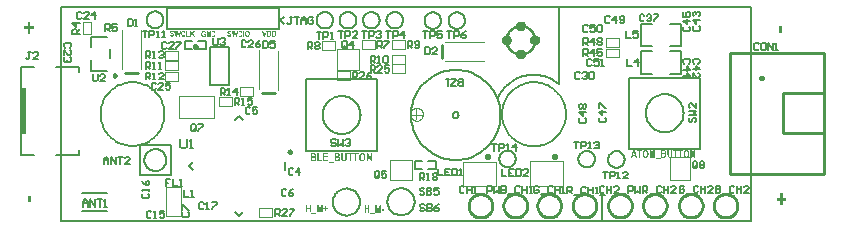
<source format=gto>
%FSTAX23Y23*%
%MOIN*%
%SFA1B1*%

%IPPOS*%
%ADD10C,0.006000*%
%ADD48C,0.005900*%
%ADD49C,0.011800*%
%ADD55C,0.007900*%
%ADD75C,0.010000*%
%ADD97C,0.009800*%
%ADD98C,0.003900*%
%ADD99C,0.006000*%
%ADD100C,0.001000*%
%ADD101C,0.007000*%
%ADD102R,0.019700X0.157500*%
%LNvapeix_mini_pcb-1*%
%LPD*%
G36*
X0274Y03621D02*
X02737D01*
Y0364*
X0274*
Y03621*
G37*
G36*
X03013Y03049D02*
X03018D01*
Y03045*
X03013*
Y03038*
X0301*
Y03045*
X03004*
Y03049*
X0301*
Y03056*
X03013*
Y03049*
G37*
G36*
X0298Y03031D02*
X02964D01*
Y03032*
X0298*
Y03031*
G37*
G36*
X03001Y03035D02*
X02997D01*
Y03054*
X02993Y03035*
X02989*
X02985Y03054*
Y03035*
X02982*
Y0306*
X02988*
X02991Y03043*
X02995Y0306*
X03001*
Y03035*
G37*
G36*
X02751Y03641D02*
X02751D01*
X02751*
X02752Y03641*
X02752Y0364*
X02753Y0364*
X02753Y0364*
X02753Y0364*
X02754Y0364*
X02754Y0364*
X02755Y03639*
X02755Y03639*
X02756Y03639*
X02756Y03638*
X02756Y03638*
X02756Y03638*
X02756Y03638*
X02757Y03637*
X02757Y03637*
X02757Y03637*
X02757Y03636*
X02757Y03636*
X02758Y03635*
X02758Y03634*
X02758Y03634*
X02758Y03633*
X02758Y03632*
X02758Y03631*
Y03631*
Y0363*
Y0363*
Y0363*
Y0363*
X02758Y03629*
Y03629*
X02758Y03628*
X02758Y03628*
X02758Y03627*
X02758Y03627*
X02758Y03626*
X02757Y03625*
X02757Y03625*
X02757Y03624*
X02756Y03623*
X02756Y03623*
X02756*
Y03623*
X02756Y03623*
X02756Y03622*
X02755Y03622*
X02755Y03622*
X02755Y03622*
X02755Y03622*
X02754Y03621*
X02754Y03621*
X02753Y03621*
X02753Y03621*
X02752Y03621*
X02752Y03621*
X02751Y0362*
X02751Y0362*
X0275*
X0275Y0362*
X0275*
X0275*
X02749Y03621*
X02749*
X02748Y03621*
X02748Y03621*
X02748Y03621*
X02747Y03621*
X02747Y03621*
X02746Y03622*
X02746Y03622*
X02745Y03622*
X02745Y03623*
X02745Y03623*
X02745Y03623*
X02745Y03623*
X02744Y03624*
X02744Y03624*
X02744Y03624*
X02744Y03625*
X02744Y03625*
X02743Y03626*
X02743Y03627*
X02743Y03627*
X02743Y03628*
X02743Y03629*
Y0363*
X02743Y0363*
Y0363*
Y03631*
Y03631*
X02743Y03631*
Y03631*
Y03632*
Y03632*
Y03632*
X02743Y03633*
X02743Y03634*
X02743Y03635*
X02744Y03636*
X02744Y03636*
Y03636*
X02744*
X02744Y03636*
Y03637*
X02744Y03637*
X02744Y03637*
X02744Y03637*
X02745Y03638*
X02745Y03639*
X02746Y03639*
X02746Y0364*
Y0364*
X02747*
X02747Y0364*
X02747Y0364*
X02747Y0364*
X02747Y0364*
X02748Y0364*
X02748Y0364*
X02749Y03641*
X0275Y03641*
X02751Y03641*
X02751*
X02751Y03641*
G37*
G36*
X02727Y0364D02*
X02727D01*
X02728*
X02729Y0364*
X02729Y0364*
X0273Y0364*
X0273Y0364*
X0273Y0364*
X02731Y0364*
X02731Y03639*
X02731Y03639*
X02732Y03639*
X02732Y03639*
X02732Y03638*
X02732Y03638*
X02733Y03638*
X02733Y03637*
X02733Y03637*
X02733Y03636*
X02734Y03636*
X02734Y03635*
X02734Y03635*
Y03635*
Y03635*
Y03635*
X02734Y03634*
X02734Y03634*
Y03634*
Y03633*
X02734Y03633*
X02734Y03633*
Y03632*
Y03631*
X02734Y0363*
Y0363*
Y0363*
Y0363*
X02734Y0363*
Y03629*
Y03629*
Y03629*
X02734Y03628*
X02734Y03627*
X02734Y03627*
X02734Y03626*
X02734Y03626*
Y03626*
X02734Y03625*
X02733Y03625*
X02733Y03624*
X02733Y03624*
X02733Y03623*
X02732Y03623*
X02732Y03623*
X02732Y03623*
X02732Y03622*
X02731Y03622*
X02731Y03622*
X02731Y03621*
X0273Y03621*
X0273*
X0273Y03621*
X0273Y03621*
X02729Y03621*
X02729Y03621*
X02728Y03621*
X02728*
X02727*
X02721*
Y0364*
X02727*
X02727*
G37*
G36*
X02525Y03621D02*
X02521D01*
X02518Y03635*
X02515Y03621*
X02511*
X02507Y0364*
X02511*
X02513Y03627*
X02516Y0364*
X0252*
X02523Y03627*
X02525Y0364*
X02528*
X02525Y03621*
G37*
G36*
X02568Y03633D02*
X02575Y03621D01*
X02571*
X02566Y0363*
X02564Y03627*
Y03621*
X0256*
Y0364*
X02564*
Y03632*
X0257Y0364*
X02575*
X02568Y03633*
G37*
G36*
X02538Y03641D02*
X02538D01*
X02538*
X02538Y03641*
X02539Y0364*
X02539Y0364*
X0254Y0364*
X0254Y0364*
X02541Y0364*
X02541Y03639*
X02541Y03639*
X02542Y03639*
X02542*
Y03639*
X02542Y03639*
Y03639*
X02542Y03638*
X02542Y03638*
X02542Y03638*
X02542Y03638*
X02543Y03638*
X02543Y03637*
X02543Y03637*
X02543Y03637*
X02543Y03636*
X02543Y03636*
X02543Y03635*
X02544Y03635*
X0254Y03634*
Y03634*
Y03634*
Y03634*
X0254Y03635*
X0254Y03635*
X0254Y03635*
X0254Y03636*
X02539Y03636*
X02539Y03636*
X02539Y03637*
X02539Y03637*
X02539Y03637*
X02538Y03637*
X02538Y03637*
X02537Y03637*
X02537*
X02537*
X02537*
X02536*
X02536Y03637*
X02535Y03637*
X02535Y03637*
X02535Y03636*
X02535Y03636*
X02534Y03636*
X02534Y03636*
Y03636*
X02534Y03636*
X02534Y03635*
Y03635*
X02534Y03635*
X02534Y03635*
X02534Y03635*
X02533Y03634*
X02533Y03634*
X02533Y03633*
X02533Y03633*
X02533Y03632*
Y03632*
X02533Y03631*
Y03631*
Y03631*
Y0363*
Y0363*
Y0363*
Y0363*
X02533Y03629*
Y03629*
X02533Y03629*
X02533Y03628*
X02533Y03627*
X02534Y03626*
X02534Y03626*
X02534Y03626*
X02534Y03625*
Y03625*
X02534Y03625*
X02534Y03625*
X02535Y03625*
X02535Y03624*
X02536Y03624*
X02536Y03624*
X02537*
X02537Y03624*
X02537*
X02537Y03624*
X02537*
X02538Y03624*
X02538Y03624*
X02538Y03624*
X02539Y03624*
X02539Y03625*
Y03625*
X02539Y03625*
X02539Y03625*
X0254Y03626*
X0254Y03626*
X0254Y03627*
X0254Y03627*
X0254Y03628*
X02544Y03627*
Y03627*
X02544Y03626*
X02543Y03626*
Y03626*
X02543Y03626*
X02543Y03625*
X02543Y03625*
X02543Y03624*
X02542Y03623*
X02542Y03623*
X02541Y03622*
X02541Y03622*
Y03622*
X02541*
X02541Y03622*
X02541Y03622*
X02541Y03622*
X02541Y03621*
X0254Y03621*
X0254Y03621*
X0254Y03621*
X02539Y03621*
X02539Y03621*
X02538Y0362*
X02537*
X02537Y0362*
X02537*
X02537Y0362*
X02536*
X02536*
X02536Y03621*
X02535*
X02535Y03621*
X02535Y03621*
X02534Y03621*
X02534Y03621*
X02533Y03621*
X02533Y03622*
X02533Y03622*
X02532Y03622*
X02532Y03623*
X02532Y03623*
X02532Y03623*
X02531Y03623*
X02531Y03624*
X02531Y03624*
X02531Y03624*
X02531Y03625*
X0253Y03625*
X0253Y03626*
X0253Y03627*
X0253Y03627*
X0253Y03628*
X0253Y03629*
Y03629*
X0253Y0363*
Y0363*
Y03631*
X0253Y03631*
Y03631*
Y03632*
X0253Y03632*
Y03633*
X0253Y03633*
X0253Y03634*
X0253Y03635*
X0253Y03635*
X02531Y03636*
X02531Y03636*
X02531Y03637*
X02531Y03638*
X02532Y03638*
X02532Y03638*
X02532Y03638*
X02532Y03639*
X02532Y03639*
X02533Y03639*
X02533Y03639*
X02533Y03639*
X02534Y0364*
X02534Y0364*
X02534Y0364*
X02535Y0364*
X02535Y0364*
X02536Y03641*
X02537Y03641*
X02537Y03641*
X02537*
X02538Y03641*
G37*
G36*
X02715Y03621D02*
X02712D01*
X02709Y03635*
X02705Y03621*
X02702*
X02698Y0364*
X02701*
X02704Y03627*
X02707Y0364*
X0271*
X02713Y03627*
X02716Y0364*
X02719*
X02715Y03621*
G37*
G36*
X02691Y03641D02*
X02691D01*
X02691*
X02691Y03641*
X02692Y0364*
X02693Y0364*
X02693Y0364*
X02694Y0364*
X02694Y0364*
X02694Y03639*
X02695Y03639*
Y03639*
X02695Y03639*
X02695Y03639*
X02695Y03639*
X02695Y03638*
X02695Y03638*
X02695Y03638*
X02696Y03638*
X02696Y03637*
X02696Y03637*
X02696Y03637*
X02696Y03636*
X02696Y03636*
X02696Y03635*
Y03635*
X02693Y03635*
Y03635*
Y03635*
Y03635*
X02693Y03635*
X02693Y03635*
X02693Y03636*
X02693Y03636*
X02692Y03636*
X02692Y03637*
Y03637*
X02692*
X02692Y03637*
X02692Y03637*
X02691Y03637*
X02691Y03637*
X02691*
X0269Y03637*
X0269*
X0269Y03637*
X02689*
X02689Y03637*
X02689Y03637*
X02688Y03637*
X02688Y03637*
X02688Y03637*
X02688Y03637*
X02688Y03636*
X02688Y03636*
X02687Y03636*
X02687Y03636*
Y03635*
Y03635*
Y03635*
X02687Y03635*
X02688Y03635*
X02688Y03635*
X02688Y03634*
X02688Y03634*
X02688*
X02688Y03634*
X02688Y03634*
X02689Y03634*
X02689Y03634*
X02689Y03634*
X02689Y03634*
X0269Y03633*
X0269Y03633*
X0269Y03633*
X02691Y03633*
X02691Y03633*
X02691*
X02691*
X02691Y03633*
X02692Y03633*
X02692Y03633*
X02692Y03632*
X02693Y03632*
X02693Y03632*
X02694Y03632*
X02694Y03632*
X02695Y03631*
X02695Y03631*
X02695Y03631*
X02695Y03631*
X02695Y03631*
X02696Y0363*
X02696Y0363*
X02696Y03629*
Y03629*
Y03629*
X02696Y03629*
X02696Y03629*
X02697Y03628*
Y03628*
X02697Y03627*
Y03626*
Y03626*
Y03626*
Y03626*
Y03626*
Y03626*
X02697Y03626*
Y03625*
X02697Y03625*
X02696Y03624*
X02696Y03624*
X02696Y03623*
X02696Y03623*
X02695Y03622*
X02695Y03622*
Y03622*
X02695*
Y03622*
X02695Y03622*
X02695Y03622*
X02695Y03622*
X02694Y03621*
X02694Y03621*
X02694Y03621*
X02693Y03621*
X02693Y03621*
X02692Y03621*
X02692Y03621*
X02691Y0362*
X02691*
X0269Y0362*
X0269*
X0269Y0362*
X02689Y03621*
X02689*
X02688Y03621*
X02688Y03621*
X02687Y03621*
X02687Y03622*
X02686Y03622*
X02685Y03623*
X02685Y03623*
X02685Y03623*
X02685Y03624*
X02685Y03624*
X02684Y03624*
X02684Y03625*
X02684Y03625*
X02684Y03626*
X02684Y03627*
X02684Y03627*
X02687Y03628*
Y03627*
Y03627*
Y03627*
X02687Y03627*
X02687Y03627*
X02687Y03626*
X02687Y03626*
X02687Y03626*
X02688Y03625*
X02688Y03625*
X02688Y03625*
X02689Y03624*
X02689Y03624*
X02689Y03624*
X0269Y03624*
X0269*
X02691*
X02691*
X02691Y03624*
X02692Y03624*
X02692Y03624*
X02692Y03624*
X02693Y03624*
Y03625*
X02693Y03625*
X02693Y03625*
X02693Y03625*
X02693Y03625*
X02693Y03626*
X02693Y03626*
X02694Y03626*
Y03627*
X02693Y03627*
Y03627*
X02693Y03627*
Y03627*
X02693Y03628*
X02693Y03628*
X02693Y03628*
X02693Y03628*
X02693Y03628*
X02693Y03628*
X02692Y03628*
X02692*
X02692*
X02692Y03628*
X02692Y03629*
X02692Y03629*
X02691*
X02691Y03629*
X02691Y03629*
X02691Y03629*
X0269Y03629*
X0269Y03629*
X02689Y03629*
X02689*
X02689Y03629*
X02689*
X02689Y0363*
X02688Y0363*
X02688Y0363*
X02687Y0363*
X02687Y0363*
X02686Y03631*
Y03631*
X02686Y03631*
X02686Y03631*
X02686Y03631*
X02686Y03631*
X02685Y03632*
X02685Y03632*
X02685Y03633*
Y03633*
X02685Y03633*
X02685Y03633*
X02684Y03634*
X02684Y03634*
X02684Y03635*
Y03635*
Y03635*
Y03635*
Y03636*
X02684Y03636*
X02684Y03637*
X02685Y03637*
X02685Y03638*
X02685Y03638*
Y03638*
X02685*
X02685Y03638*
X02685Y03639*
X02685Y03639*
X02686Y03639*
X02686Y03639*
X02687Y0364*
X02687Y0364*
X02687*
X02687Y0364*
X02688Y0364*
X02688Y0364*
X02688Y0364*
X02689Y03641*
X0269Y03641*
X0269Y03641*
X0269*
X02691Y03641*
G37*
G36*
X0255Y03624D02*
X02558D01*
Y03621*
X02546*
Y0364*
X0255*
Y03624*
G37*
G36*
X04186Y03238D02*
X0418D01*
Y03217*
X04175*
Y03238*
X04169*
Y03242*
X04186*
Y03238*
G37*
G36*
X04203D02*
X04197D01*
Y03217*
X04193*
Y03238*
X04187*
Y03242*
X04203*
Y03238*
G37*
G36*
X04215Y03242D02*
X04215D01*
X04215Y03242*
X04216Y03242*
X04216Y03242*
X04217Y03242*
X04217Y03242*
X04218Y03242*
X04219Y03241*
X04219Y03241*
X0422Y03241*
X0422Y0324*
X04221Y0324*
X04221Y03239*
Y03239*
X04221Y03239*
X04222Y03239*
X04222Y03238*
X04222Y03238*
X04222Y03238*
X04222Y03237*
X04223Y03237*
X04223Y03236*
X04223Y03235*
X04223Y03235*
X04224Y03234*
X04224Y03233*
X04224Y03232*
X04224Y03231*
Y0323*
Y0323*
Y03229*
Y03229*
Y03229*
Y03228*
X04224Y03227*
X04224Y03227*
X04224Y03226*
X04224Y03225*
X04223Y03225*
X04223Y03224*
X04223Y03223*
X04223Y03222*
X04222Y03221*
X04222Y03221*
X04221Y0322*
X04221Y0322*
X04221Y0322*
X04221Y0322*
X0422Y03219*
X0422Y03219*
X0422Y03219*
X04219Y03218*
X04219Y03218*
X04218Y03218*
X04218Y03218*
X04217Y03217*
X04217Y03217*
X04216Y03217*
X04215Y03217*
X04214*
X04214*
X04214*
X04214*
X04213Y03217*
X04213*
X04212Y03217*
X04212Y03217*
X04211Y03217*
X04211Y03218*
X0421Y03218*
X0421Y03218*
X04209Y03219*
X04208Y03219*
X04208Y03219*
X04207Y0322*
X04207Y0322*
X04207Y0322*
X04207Y03221*
X04207Y03221*
X04206Y03221*
X04206Y03222*
X04206Y03222*
X04206Y03223*
X04205Y03224*
X04205Y03225*
X04205Y03225*
X04205Y03226*
X04205Y03227*
X04205Y03228*
Y03229*
Y0323*
Y0323*
Y0323*
Y03231*
Y03231*
X04205Y03231*
Y03232*
X04205Y03233*
X04205Y03234*
X04205Y03236*
X04206Y03236*
X04206Y03237*
Y03237*
X04206Y03237*
X04206Y03237*
X04206Y03237*
X04206Y03237*
X04206Y03238*
X04207Y03238*
X04207Y03239*
X04208Y0324*
X04208Y0324*
X04209Y03241*
X04209*
X04209Y03241*
X0421Y03241*
X0421Y03241*
X0421Y03241*
X0421Y03242*
X04211Y03242*
X04211Y03242*
X04212Y03242*
X04213Y03242*
X04214Y03242*
X04214*
X04215*
G37*
G36*
X0405Y03217D02*
X04045D01*
X04044Y03223*
X04035*
X04034Y03217*
X04029*
X04037Y03242*
X04042*
X0405Y03217*
G37*
G36*
X04066Y03238D02*
X0406D01*
Y03217*
X04056*
Y03238*
X0405*
Y03242*
X04066*
Y03238*
G37*
G36*
X04139Y03242D02*
X0414Y03242D01*
X04141Y03242*
X04142Y03242*
X04142Y03242*
X04143Y03241*
X04143Y03241*
Y03241*
X04143*
X04143Y03241*
X04144Y03241*
X04144Y03241*
X04144Y0324*
X04145Y0324*
X04145Y03239*
X04145*
X04145Y03239*
X04145Y03239*
X04146Y03238*
X04146Y03238*
X04146Y03237*
X04146Y03236*
X04146Y03236*
Y03236*
Y03235*
X04146Y03235*
Y03235*
X04146Y03234*
X04146Y03234*
X04146Y03233*
X04145Y03233*
X04145Y03232*
X04145Y03232*
X04145Y03232*
X04145Y03232*
X04144Y03231*
X04144Y03231*
X04144Y03231*
X04143Y0323*
X04143Y0323*
X04144Y0323*
X04144Y0323*
X04144Y0323*
X04145Y0323*
X04145Y03229*
X04146Y03229*
X04146Y03228*
X04146Y03228*
X04146Y03228*
X04146Y03228*
X04147Y03227*
X04147Y03227*
X04147Y03226*
X04147Y03225*
X04147Y03224*
Y03224*
Y03224*
X04147Y03224*
Y03224*
Y03224*
X04147Y03223*
X04147Y03222*
X04147Y03221*
X04146Y03221*
X04146Y0322*
Y0322*
X04146Y0322*
X04145Y03219*
X04145Y03219*
X04144Y03219*
X04144Y03218*
X04143Y03218*
X04143Y03218*
X04143*
X04143Y03218*
X04142*
X04142*
X04142*
X04142*
X04142Y03217*
X04141*
X04141*
X0414*
X0414Y03217*
X04139*
X04139*
X0413*
Y03242*
X04139*
X04139*
G37*
G36*
X0411Y03217D02*
X04107D01*
Y03237*
X04103Y03217*
X04099*
X04095Y03237*
Y03217*
X04091*
Y03242*
X04097*
X04101Y03225*
X04104Y03242*
X0411*
Y03217*
G37*
G36*
X04243D02*
X04239D01*
X04231Y03233*
Y03217*
X04227*
Y03242*
X04231*
X0424Y03225*
Y03242*
X04243*
Y03217*
G37*
G36*
X02962Y03035D02*
X02958D01*
Y03046*
X0295*
Y03035*
X02946*
Y0306*
X0295*
Y0305*
X02958*
Y0306*
X02962*
Y03035*
G37*
G36*
X04167Y03229D02*
Y03229D01*
Y03229*
Y03229*
Y03228*
Y03228*
X04167Y03227*
Y03227*
Y03226*
X04166Y03225*
X04166Y03224*
Y03223*
X04166Y03223*
X04166Y03222*
X04166Y03222*
Y03222*
X04166Y03222*
Y03221*
X04166Y03221*
X04166Y03221*
X04165Y0322*
X04165Y03219*
X04164Y03219*
X04164Y03218*
X04164*
X04163Y03218*
X04163Y03218*
X04163Y03218*
X04163Y03218*
X04163Y03218*
X04162Y03218*
X04162Y03217*
X04161Y03217*
X0416Y03217*
X04159Y03217*
X04158*
X04158*
X04158*
X04158Y03217*
X04157*
X04156Y03217*
X04155Y03217*
X04155Y03218*
X04154Y03218*
X04154*
X04154Y03218*
X04153Y03219*
X04153Y03219*
X04152Y03219*
X04152Y0322*
X04152Y03221*
X04151Y03221*
Y03221*
X04151Y03221*
Y03222*
X04151Y03222*
Y03222*
X04151Y03223*
X04151Y03223*
Y03223*
X04151Y03224*
X04151Y03225*
Y03225*
X04151Y03226*
Y03227*
X0415Y03228*
Y03229*
Y03242*
X04155*
Y03229*
Y03229*
Y03228*
Y03228*
Y03228*
Y03228*
Y03228*
X04155Y03227*
Y03226*
Y03226*
Y03225*
Y03225*
X04155Y03225*
Y03224*
X04155Y03224*
X04155Y03224*
X04155Y03223*
X04155Y03223*
X04156Y03222*
X04156Y03222*
X04156*
X04156Y03222*
X04156Y03222*
X04157Y03222*
X04157Y03221*
X04158Y03221*
X04158Y03221*
X04159Y03221*
X04159*
X04159Y03221*
X0416*
X0416Y03221*
X0416Y03221*
X04161Y03222*
X04161Y03222*
X04161*
X04161Y03222*
X04161Y03222*
X04161Y03222*
X04162Y03223*
X04162Y03223*
X04162Y03223*
X04162Y03224*
X04162Y03224*
Y03224*
Y03224*
X04162Y03224*
Y03225*
Y03225*
X04162Y03225*
Y03226*
Y03226*
X04163Y03227*
Y03227*
Y03228*
Y03228*
Y03242*
X04167*
Y03229*
G37*
G36*
X04078Y03242D02*
X04079D01*
X04079Y03242*
X0408Y03242*
X0408Y03242*
X04081Y03242*
X04081Y03242*
X04082Y03242*
X04082Y03241*
X04083Y03241*
X04083Y03241*
X04084Y0324*
X04085Y0324*
X04085Y03239*
X04085Y03239*
Y03239*
X04085Y03239*
X04086Y03238*
X04086Y03238*
X04086Y03238*
X04086Y03237*
X04086Y03237*
X04087Y03236*
X04087Y03235*
X04087Y03235*
X04087Y03234*
X04088Y03233*
X04088Y03232*
Y03231*
X04088Y0323*
Y0323*
Y03229*
Y03229*
X04088Y03229*
Y03228*
X04088Y03227*
X04088Y03227*
X04087Y03226*
X04087Y03225*
X04087Y03225*
X04087Y03224*
X04087Y03223*
X04086Y03222*
X04086Y03221*
X04085Y03221*
X04085Y0322*
X04085Y0322*
X04085Y0322*
X04084Y0322*
X04084Y03219*
X04084Y03219*
X04084Y03219*
X04083Y03218*
X04083Y03218*
X04082Y03218*
X04082Y03218*
X04081Y03217*
X0408Y03217*
X0408Y03217*
X04079Y03217*
X04078*
X04078*
X04078*
X04077*
X04077Y03217*
X04076*
X04076Y03217*
X04076Y03217*
X04075Y03217*
X04074Y03218*
X04074Y03218*
X04073Y03218*
X04073Y03219*
X04072Y03219*
X04072Y03219*
X04071Y0322*
X04071*
X04071Y0322*
X04071Y0322*
X04071Y03221*
X0407Y03221*
X0407Y03221*
X0407Y03222*
X0407Y03222*
X04069Y03223*
X04069Y03224*
X04069Y03225*
X04069Y03225*
X04068Y03226*
X04068Y03227*
X04068Y03228*
Y03229*
Y0323*
Y0323*
Y0323*
Y03231*
Y03231*
X04068Y03231*
Y03232*
X04069Y03233*
X04069Y03234*
X04069Y03236*
X04069Y03236*
X0407Y03237*
Y03237*
Y03237*
X0407Y03237*
X0407Y03237*
X0407Y03237*
X0407Y03238*
X0407Y03238*
X04071Y03239*
X04071Y0324*
X04072Y0324*
X04073Y03241*
X04073*
X04073Y03241*
X04073Y03241*
X04073Y03241*
X04074Y03241*
X04074Y03242*
X04074Y03242*
X04075Y03242*
X04076Y03242*
X04077Y03242*
X04078Y03242*
X04078*
X04078*
G37*
G36*
X04128Y03213D02*
X04112D01*
Y03215*
X04128*
Y03213*
G37*
G36*
X025Y03641D02*
X025D01*
X02501*
X02501Y03641*
X02501Y0364*
X02502Y0364*
X02503Y0364*
X02503Y0364*
X02503Y0364*
X02504Y03639*
X02504Y03639*
X02504Y03639*
X02504Y03639*
X02504Y03639*
X02504Y03639*
X02505Y03638*
X02505Y03638*
X02505Y03638*
X02505Y03638*
X02505Y03637*
X02505Y03637*
X02505Y03637*
X02505Y03636*
X02506Y03636*
X02506Y03635*
Y03635*
X02502Y03635*
Y03635*
Y03635*
X02502Y03635*
Y03635*
X02502Y03635*
X02502Y03636*
X02502Y03636*
X02502Y03636*
X02501Y03637*
Y03637*
X02501*
X02501Y03637*
X02501Y03637*
X02501Y03637*
X025Y03637*
X025*
X02499Y03637*
X02499*
X02499Y03637*
X02499*
X02498Y03637*
X02498Y03637*
X02498Y03637*
X02497Y03637*
X02497*
X02497Y03637*
X02497Y03637*
X02497Y03636*
X02497Y03636*
X02497Y03636*
X02497Y03636*
Y03635*
Y03635*
Y03635*
Y03635*
X02497Y03635*
X02497Y03635*
X02497Y03634*
X02497Y03634*
X02497Y03634*
X02498Y03634*
X02498Y03634*
X02498Y03634*
X02498Y03634*
X02499Y03634*
X02499Y03633*
X02499Y03633*
X025Y03633*
X025Y03633*
X025Y03633*
X025*
X02501*
X02501Y03633*
X02501Y03633*
X02501Y03633*
X02502Y03632*
X02502Y03632*
X02503Y03632*
X02503Y03632*
X02504Y03632*
X02504Y03631*
X02504*
X02504Y03631*
X02504Y03631*
X02505Y03631*
X02505Y03631*
X02505Y0363*
X02505Y0363*
X02506Y03629*
Y03629*
X02506Y03629*
X02506Y03629*
X02506Y03629*
X02506Y03628*
X02506Y03628*
X02506Y03627*
Y03626*
Y03626*
Y03626*
Y03626*
Y03626*
X02506Y03626*
Y03626*
X02506Y03625*
Y03625*
X02506Y03624*
X02505Y03624*
X02505Y03623*
X02505Y03623*
X02505Y03622*
X02505Y03622*
Y03622*
X02504*
X02504Y03622*
X02504Y03622*
X02504Y03622*
X02504Y03622*
X02504Y03621*
X02503Y03621*
X02503Y03621*
X02503Y03621*
X02502Y03621*
X02502Y03621*
X02501Y03621*
X02501Y0362*
X025*
X025Y0362*
X02499*
X02499Y0362*
X02499Y03621*
X02498*
X02498Y03621*
X02497Y03621*
X02497Y03621*
X02496Y03622*
X02495Y03622*
X02495Y03623*
X02495Y03623*
X02494Y03623*
X02494Y03624*
X02494Y03624*
X02494Y03624*
X02493Y03625*
X02493Y03625*
X02493Y03626*
X02493Y03627*
Y03627*
X02496Y03628*
Y03627*
X02496Y03627*
Y03627*
Y03627*
X02496Y03627*
X02497Y03626*
X02497Y03626*
X02497Y03626*
X02497Y03625*
X02497Y03625*
X02498Y03625*
X02498Y03624*
X02498Y03624*
X02499Y03624*
X02499Y03624*
X025*
X025*
X025*
X02501Y03624*
X02501Y03624*
X02501Y03624*
X02502Y03624*
X02502Y03624*
Y03625*
X02502Y03625*
X02502Y03625*
X02502Y03625*
X02503Y03625*
X02503Y03626*
X02503Y03626*
Y03626*
Y03627*
Y03627*
Y03627*
X02503Y03627*
X02503Y03627*
X02503Y03628*
X02502Y03628*
X02502Y03628*
X02502Y03628*
X02502Y03628*
X02502Y03628*
X02502Y03628*
X02502*
X02501Y03628*
X02501Y03629*
X02501Y03629*
X02501*
X025Y03629*
X025Y03629*
X025Y03629*
X025Y03629*
X02499Y03629*
X02499Y03629*
X02499*
X02499*
X02498Y03629*
X02498*
X02498Y0363*
X02498Y0363*
X02497Y0363*
X02497Y0363*
X02496Y0363*
X02496Y03631*
Y03631*
X02496Y03631*
X02495Y03631*
X02495Y03631*
X02495Y03631*
X02495Y03632*
X02494Y03632*
X02494Y03633*
X02494Y03633*
X02494Y03633*
X02494Y03633*
X02494Y03634*
X02494Y03634*
Y03635*
X02494Y03635*
Y03635*
Y03635*
X02494Y03636*
Y03636*
X02494Y03637*
X02494Y03637*
X02494Y03638*
X02494Y03638*
Y03638*
X02494Y03638*
X02495Y03639*
X02495Y03639*
X02495Y03639*
X02495Y03639*
X02496Y0364*
X02496Y0364*
X02497Y0364*
X02497Y0364*
X02497Y0364*
X02498Y0364*
X02498Y03641*
X02499Y03641*
X025Y03641*
X025*
X025Y03641*
G37*
G36*
X03102Y03228D02*
X03095D01*
Y03206*
X03091*
Y03228*
X03084*
Y03233*
X03102*
Y03228*
G37*
G36*
X03121D02*
X03114D01*
Y03206*
X0311*
Y03228*
X03103*
Y03233*
X03121*
Y03228*
G37*
G36*
X03081Y03218D02*
D01*
Y03218*
Y03218*
Y03218*
Y03217*
Y03217*
Y03216*
Y03215*
X03081Y03214*
X03081Y03213*
X03081Y03212*
X03081Y03212*
Y03211*
X0308Y03211*
Y0321*
Y0321*
X0308Y0321*
X0308Y0321*
X0308Y03209*
X0308Y03209*
X03079Y03208*
X03079Y03207*
X03078Y03207*
X03078*
Y03207*
X03078*
X03077Y03206*
X03077Y03206*
X03077Y03206*
X03077Y03206*
X03076Y03206*
X03076Y03206*
X03075Y03205*
X03074Y03205*
X03072Y03205*
X03072*
X03072Y03205*
X03072*
X03071*
X0307Y03205*
X0307Y03205*
X03069Y03206*
X03068Y03206*
X03067Y03206*
X03067*
X03067Y03207*
X03066Y03207*
X03066Y03207*
X03065Y03208*
X03065Y03208*
X03065Y03209*
X03064Y0321*
Y0321*
X03064Y0321*
Y0321*
X03064Y03211*
X03064Y03211*
Y03211*
X03064Y03212*
X03064Y03212*
Y03213*
X03064Y03214*
X03063Y03214*
Y03215*
X03063Y03216*
Y03217*
Y03218*
Y03233*
X03068*
Y03218*
Y03218*
Y03218*
Y03217*
Y03217*
Y03217*
Y03216*
Y03215*
Y03215*
X03068Y03214*
Y03214*
Y03214*
X03068Y03213*
X03068Y03213*
X03068Y03213*
X03068Y03212*
X03069Y03212*
X03069Y03211*
X03069Y03211*
X03069Y03211*
X0307Y03211*
X0307Y03211*
X0307Y0321*
X03071Y0321*
X03071Y0321*
X03072Y0321*
X03072Y0321*
X03073*
X03073Y0321*
X03073*
X03074Y0321*
X03074Y0321*
X03074Y0321*
X03075Y03211*
X03075*
X03075Y03211*
X03075Y03211*
X03075Y03211*
X03076Y03211*
X03076Y03212*
X03076Y03212*
X03076Y03212*
Y03213*
X03076Y03213*
Y03213*
X03076Y03213*
Y03213*
Y03214*
X03076Y03214*
Y03214*
X03077Y03215*
Y03215*
Y03216*
Y03216*
Y03217*
Y03218*
Y03233*
X03081*
Y03218*
G37*
G36*
X02989Y0321D02*
X03D01*
Y03206*
X02984*
Y03233*
X02989*
Y0321*
G37*
G36*
X03019Y03228D02*
X03007D01*
Y03222*
X03019*
Y03218*
X03007*
Y0321*
X0302*
Y03206*
X03003*
Y03233*
X03019*
Y03228*
G37*
G36*
X03051Y03233D02*
X03052D01*
X03053Y03233*
X03054Y03232*
X03054Y03232*
X03055Y03232*
X03055Y03232*
X03055Y03232*
X03055*
X03056Y03232*
X03056Y03231*
X03056Y03231*
X03057Y03231*
X03057Y0323*
X03057Y0323*
X03058Y0323*
X03058Y03229*
X03058Y03229*
X03058Y03229*
X03058Y03228*
X03058Y03227*
X03058Y03227*
X03059Y03226*
Y03226*
Y03226*
X03058Y03225*
X03058Y03225*
Y03224*
X03058Y03224*
X03058Y03223*
X03058Y03222*
X03058Y03222*
X03057Y03222*
X03057Y03222*
X03057Y03221*
X03057Y03221*
X03056Y03221*
X03056Y0322*
X03055Y0322*
X03055Y0322*
X03056Y0322*
X03056Y0322*
X03057Y03219*
X03057Y03219*
X03058Y03219*
X03058Y03218*
X03058Y03218*
X03059*
X03059Y03217*
X03059Y03217*
X03059Y03216*
X03059Y03216*
X03059Y03215*
X0306Y03214*
Y03213*
Y03213*
Y03213*
Y03213*
Y03213*
Y03212*
X03059Y03212*
X03059Y03211*
X03059Y0321*
X03059Y03209*
X03058Y03208*
X03058Y03208*
X03058Y03208*
X03058Y03208*
X03057Y03207*
X03057Y03207*
X03056Y03207*
X03055Y03206*
X03055Y03206*
X03055Y03206*
X03055*
X03054*
X03054*
X03054*
X03053Y03206*
X03053*
X03053*
X03052Y03206*
X03052*
X03051*
X0305*
X03041*
Y03233*
X03051*
X03051Y03233*
G37*
G36*
X03166Y03206D02*
X03161D01*
X03152Y03223*
Y03206*
X03148*
Y03233*
X03152*
X03161Y03215*
Y03233*
X03166*
Y03206*
G37*
G36*
X04535Y03083D02*
X04547D01*
Y03073*
X04535*
Y03059*
X04527*
Y03073*
X04515*
Y03083*
X04527*
Y03098*
X04535*
Y03083*
G37*
G36*
X02027Y03655D02*
X02039D01*
Y03645*
X02027*
Y03631*
X02019*
Y03645*
X02007*
Y03655*
X02019*
Y0367*
X02027*
Y03655*
G37*
G36*
X03175Y0303D02*
X03159D01*
Y03032*
X03175*
Y0303*
G37*
G36*
X04534Y03634D02*
X04523D01*
Y03655*
X04534*
Y03634*
G37*
G36*
X02029Y03069D02*
X02018D01*
Y0309*
X02029*
Y03069*
G37*
G36*
X03197Y03034D02*
X03193D01*
Y03054*
X03189Y03034*
X03185*
X03181Y03054*
Y03034*
X03177*
Y03059*
X03183*
X03187Y03042*
X03191Y03059*
X03197*
Y03034*
G37*
G36*
X0281Y03621D02*
X02806D01*
X028Y0364*
X02804*
X02808Y03626*
X02812Y0364*
X02815*
X0281Y03621*
G37*
G36*
X02637Y03639D02*
X02638D01*
X02638*
X02639Y03639*
X02639Y03639*
X0264Y03639*
X0264Y03639*
X0264*
X0264Y03639*
X02641Y03639*
X02641Y03638*
X02641Y03638*
X02642Y03638*
X02642Y03638*
X02642Y03637*
X02643Y03637*
X02643Y03637*
X02643Y03636*
X02643Y03636*
X02643Y03635*
X02644Y03635*
X02644Y03634*
Y03634*
X02644Y03634*
Y03634*
Y03634*
X02644Y03633*
Y03633*
X02644Y03633*
Y03632*
X02644Y03632*
Y03632*
X02644Y03631*
Y0363*
X02645Y03629*
Y03629*
Y03629*
Y03629*
X02644Y03629*
Y03628*
Y03628*
Y03628*
X02644Y03627*
X02644Y03626*
X02644Y03626*
X02644Y03625*
X02644*
Y03625*
Y03625*
X02644Y03624*
X02644Y03624*
X02643Y03623*
X02643Y03623*
X02643Y03622*
X02642Y03622*
X02642Y03622*
X02642Y03622*
X02642Y03621*
X02642Y03621*
X02641Y03621*
X02641Y0362*
X0264Y0362*
X0264*
X0264Y0362*
X0264Y0362*
X02639*
X02639Y0362*
X02638Y0362*
X02638*
X02637*
X02631*
Y03639*
X02637*
X02637*
G37*
G36*
X02823Y0364D02*
X02824D01*
X02824Y0364*
X02825*
X02825Y0364*
X02826Y0364*
X02826Y0364*
Y0364*
X02827*
X02827Y0364*
X02827Y03639*
X02827Y03639*
X02828Y03639*
X02828Y03639*
X02828Y03638*
X02829Y03638*
X02829Y03638*
X02829Y03638*
X02829Y03637*
X02829Y03637*
X0283Y03636*
X0283Y03636*
X0283Y03635*
Y03635*
X0283*
Y03635*
Y03635*
X0283Y03634*
Y03634*
X0283Y03634*
Y03634*
X0283Y03633*
Y03633*
X0283Y03633*
Y03632*
X02831Y03631*
Y0363*
Y0363*
Y0363*
Y0363*
Y0363*
Y0363*
Y03629*
X0283Y03629*
Y03629*
X0283Y03628*
Y03627*
X0283Y03627*
X0283Y03626*
Y03626*
X0283Y03626*
Y03626*
X0283Y03625*
X0283Y03625*
X02829Y03624*
X02829Y03624*
X02829Y03623*
X02828Y03623*
Y03623*
X02828Y03623*
X02828Y03622*
X02828Y03622*
X02828Y03622*
X02827Y03622*
X02827Y03621*
X02826Y03621*
X02826Y03621*
X02826*
X02826Y03621*
X02825Y03621*
X02825Y03621*
X02824Y03621*
X02824*
X02823Y03621*
X02817*
Y0364*
X02823*
X02823*
G37*
G36*
X0284D02*
X0284D01*
X0284Y0364*
X02841*
X02842Y0364*
X02842Y0364*
X02843Y0364*
X02843Y0364*
X02843*
X02843Y0364*
X02843Y03639*
X02844Y03639*
X02844Y03639*
X02844Y03639*
X02845Y03638*
Y03638*
X02845Y03638*
X02845Y03638*
X02845Y03637*
X02846Y03637*
X02846Y03636*
X02846Y03636*
X02846Y03635*
Y03635*
X02846Y03635*
Y03635*
Y03634*
X02846Y03634*
Y03634*
X02847Y03634*
Y03633*
X02847Y03633*
Y03633*
X02847Y03632*
Y03631*
X02847Y0363*
Y0363*
Y0363*
Y0363*
Y0363*
X02847Y0363*
Y03629*
Y03629*
Y03629*
X02847Y03628*
X02847Y03627*
X02846Y03627*
X02846Y03626*
X02846Y03626*
Y03626*
Y03626*
X02846Y03625*
X02846Y03625*
X02846Y03624*
X02845Y03624*
X02845Y03623*
X02845Y03623*
Y03623*
X02845Y03623*
X02844Y03622*
X02844Y03622*
X02844Y03622*
X02843Y03622*
X02843Y03621*
X02843Y03621*
X02843Y03621*
X02842*
X02842Y03621*
X02842Y03621*
X02841Y03621*
X02841Y03621*
X0284*
X02839Y03621*
X02833*
Y0364*
X0284*
X0284*
G37*
G36*
X03157Y03034D02*
X03153D01*
Y03045*
X03145*
Y03034*
X03141*
Y03059*
X03145*
Y03049*
X03153*
Y03059*
X03157*
Y03034*
G37*
G36*
X03039Y03201D02*
X03021D01*
Y03203*
X03039*
Y03201*
G37*
G36*
X03134Y03233D02*
X03134D01*
X03135Y03233*
X03135Y03233*
X03136Y03233*
X03136Y03233*
X03137Y03233*
X03138Y03232*
X03138Y03232*
X03139Y03232*
X0314Y03231*
X0314Y03231*
X03141Y0323*
X03141Y0323*
X03141Y03229*
X03142Y03229*
X03142Y03229*
X03142Y03229*
X03142Y03228*
X03142Y03228*
X03143Y03227*
X03143Y03227*
X03143Y03226*
X03143Y03225*
X03144Y03225*
X03144Y03224*
X03144Y03223*
X03144Y03222*
X03144Y0322*
X03144Y03219*
Y03219*
Y03219*
Y03219*
X03144Y03218*
Y03217*
X03144Y03217*
X03144Y03216*
X03144Y03215*
X03144Y03214*
X03144Y03214*
X03143Y03213*
X03143Y03212*
X03143Y03211*
X03142Y0321*
X03142Y03209*
X03141Y03209*
Y03208*
X03141Y03208*
X03141Y03208*
X03141Y03208*
X0314Y03208*
X0314Y03207*
X0314Y03207*
X03139Y03207*
X03139Y03207*
X03138Y03206*
X03138Y03206*
X03137Y03206*
X03136Y03205*
X03135Y03205*
X03135Y03205*
X03134Y03205*
X03133*
X03133Y03205*
X03133*
X03132*
X03132Y03205*
X03131Y03205*
X03131Y03206*
X0313Y03206*
X0313Y03206*
X03129Y03206*
X03128Y03207*
X03128Y03207*
X03127Y03207*
X03127Y03208*
X03126Y03208*
X03126Y03209*
X03126Y03209*
X03126Y03209*
X03126Y03209*
X03125Y0321*
X03125Y0321*
X03125Y03211*
X03124Y03211*
X03124Y03212*
X03124Y03213*
X03124Y03214*
X03123Y03215*
X03123Y03216*
X03123Y03217*
X03123Y03218*
Y03219*
Y03219*
Y03219*
Y03219*
Y0322*
Y0322*
X03123Y03221*
Y03221*
Y03222*
X03123Y03223*
X03123Y03224*
X03124Y03226*
X03124Y03226*
X03124Y03227*
X03124Y03227*
Y03227*
X03125Y03227*
X03125Y03228*
X03125Y03228*
X03125Y03229*
X03126Y03229*
X03126Y0323*
X03127Y03231*
X03128Y03232*
X03128*
Y03232*
X03128Y03232*
X03128Y03232*
X03129Y03232*
X03129Y03232*
X03129Y03232*
X0313Y03232*
X0313Y03233*
X03131Y03233*
X03132Y03233*
X03134Y03233*
X03134*
X03134*
G37*
G36*
X02972Y03233D02*
X02972D01*
X02973Y03233*
X02974Y03232*
X02975Y03232*
X02975Y03232*
X02976Y03232*
X02976Y03232*
X02976*
X02976Y03232*
X02976Y03231*
X02977Y03231*
X02977Y03231*
X02978Y0323*
X02978Y0323*
X02978Y0323*
X02978Y03229*
X02978Y03229*
X02979Y03229*
X02979Y03228*
X02979Y03227*
X02979Y03227*
X02979Y03226*
Y03226*
Y03226*
X02979Y03225*
X02979Y03225*
Y03224*
X02979Y03224*
X02979Y03223*
X02978Y03222*
X02978Y03222*
X02978Y03222*
X02978Y03222*
X02978Y03221*
X02977Y03221*
X02977Y03221*
X02976Y0322*
X02976Y0322*
X02976Y0322*
X02976Y0322*
X02977Y0322*
X02977Y03219*
X02978Y03219*
X02978Y03219*
X02979Y03218*
X02979Y03218*
X02979*
X02979Y03217*
X02979Y03217*
X0298Y03216*
X0298Y03216*
X0298Y03215*
X0298Y03214*
Y03213*
Y03213*
Y03213*
Y03213*
Y03213*
Y03212*
X0298Y03212*
X0298Y03211*
X0298Y0321*
X02979Y03209*
X02979Y03208*
X02979Y03208*
X02979Y03208*
X02978Y03208*
X02978Y03207*
X02977Y03207*
X02977Y03207*
X02976Y03206*
X02975Y03206*
X02975Y03206*
X02975*
X02975*
X02975*
X02974*
X02974Y03206*
X02974*
X02973*
X02973Y03206*
X02972*
X02971*
X02971*
X02962*
Y03233*
X02971*
X02972Y03233*
G37*
G36*
X03207Y03041D02*
X032D01*
Y03046*
X03207*
Y03041*
G37*
G36*
X02628Y0362D02*
X02624D01*
X02618Y03633*
Y0362*
X02615*
Y03639*
X02618*
X02625Y03626*
Y03639*
X02628*
Y0362*
G37*
G36*
X02605Y0364D02*
X02605D01*
X02606*
X02606Y0364*
X02606*
X02607Y03639*
X02608Y03639*
X02608Y03639*
X02609Y03639*
X02609Y03638*
X02609Y03638*
Y03638*
X02609*
X02609Y03638*
X0261Y03638*
X0261Y03638*
X0261Y03638*
X0261Y03637*
X0261Y03637*
X0261Y03637*
X02611Y03637*
X02611Y03636*
X02611Y03636*
X02611Y03635*
X02611Y03635*
X02611Y03634*
X02612Y03634*
X02608Y03633*
Y03633*
X02608Y03633*
X02608Y03634*
X02608Y03634*
X02608Y03634*
X02608Y03635*
X02607Y03635*
X02607Y03635*
Y03636*
X02607*
X02607Y03636*
X02606Y03636*
X02606Y03636*
X02606Y03636*
X02605Y03636*
X02605*
X02604*
X02604*
X02604*
X02604*
X02603Y03636*
X02603Y03636*
X02602Y03636*
X02602Y03635*
X02602Y03635*
X02602Y03635*
X02601Y03635*
Y03635*
X02601Y03634*
X02601Y03634*
X02601Y03634*
X02601Y03634*
X02601Y03634*
X02601Y03633*
X02601Y03633*
X026Y03633*
X026Y03632*
X026Y03632*
X026Y03631*
Y03631*
Y0363*
X026Y0363*
Y0363*
Y03629*
X026Y03629*
Y03629*
Y03629*
Y03628*
X026Y03628*
X026Y03627*
X02601Y03626*
X02601Y03625*
X02601Y03625*
X02601Y03624*
X02601*
X02602Y03624*
X02602Y03624*
X02602Y03624*
X02603Y03623*
X02603Y03623*
X02604Y03623*
X02604*
X02605Y03623*
X02605*
X02605Y03623*
X02605*
X02605Y03623*
X02606*
X02606Y03623*
X02607Y03623*
X02607*
X02607Y03623*
X02607Y03623*
X02607Y03624*
X02607Y03624*
X02608Y03624*
X02608Y03624*
X02608Y03624*
Y03627*
X02605*
Y0363*
X02612*
Y03622*
X02612Y03622*
X02612Y03622*
X02611Y03622*
X02611Y03622*
X0261Y03621*
X0261Y03621*
X02609Y03621*
X02609Y0362*
X02609*
X02608Y0362*
X02608*
X02608Y0362*
X02608*
X02607Y0362*
X02607Y0362*
X02606Y0362*
X02606Y03619*
X02605Y03619*
X02605*
X02604Y03619*
X02604*
X02604*
X02604*
X02603Y0362*
X02603Y0362*
X02602Y0362*
X02601Y0362*
X02601Y03621*
X026Y03621*
X026*
X026Y03621*
X026Y03621*
X026Y03621*
X02599Y03622*
X02599Y03623*
X02598Y03623*
X02598Y03624*
X02598Y03624*
Y03624*
X02597Y03624*
Y03625*
X02597Y03625*
X02597Y03625*
X02597Y03626*
X02597Y03626*
X02597Y03626*
X02597Y03627*
X02597Y03627*
X02597Y03628*
Y0363*
Y0363*
Y0363*
Y0363*
Y0363*
Y03631*
Y03631*
X02597Y03631*
X02597Y03632*
X02597Y03633*
X02597Y03634*
X02598Y03635*
X02598Y03635*
Y03635*
X02598Y03635*
X02598Y03636*
X02598Y03636*
X02598Y03636*
X02599Y03637*
X02599Y03638*
X026Y03638*
X026Y03639*
X02601*
X02601Y03639*
X02601Y03639*
X02601*
X02601Y03639*
X02601Y03639*
X02602Y03639*
X02602Y03639*
X02603Y0364*
X02604Y0364*
X02605Y0364*
X02605*
X02605Y0364*
G37*
%LNvapeix_mini_pcb-2*%
%LPC*%
G36*
X02751Y03637D02*
X0275D01*
X0275*
X0275*
X0275*
X02749Y03637*
X02749Y03637*
X02749Y03637*
X02748Y03637*
X02748Y03636*
X02748Y03636*
X02748Y03636*
X02747Y03636*
Y03636*
X02747Y03635*
X02747Y03635*
X02747Y03635*
X02747Y03635*
X02747Y03635*
X02747Y03634*
X02747Y03634*
X02746Y03634*
X02746Y03633*
X02746Y03633*
X02746Y03632*
Y03632*
X02746Y03631*
Y03631*
Y0363*
Y0363*
Y0363*
Y0363*
X02746Y03629*
Y03629*
X02746Y03629*
X02746Y03628*
X02747Y03627*
X02747Y03626*
X02747Y03626*
X02747Y03625*
X02747Y03625*
X02748Y03625*
X02748Y03625*
X02748Y03625*
X02749Y03624*
X02749Y03624*
X0275Y03624*
X0275Y03624*
X0275*
X02751Y03624*
X02751*
X02751Y03624*
X02751*
X02751*
X02752Y03624*
X02752Y03624*
X02752Y03624*
X02753Y03624*
X02753Y03625*
X02753Y03625*
X02753Y03625*
X02754Y03625*
X02754*
Y03626*
Y03626*
X02754Y03626*
X02754Y03626*
X02754Y03626*
X02754Y03626*
X02754Y03627*
X02754Y03627*
X02755Y03627*
X02755Y03628*
X02755Y03628*
X02755Y03629*
X02755Y03629*
Y0363*
Y03631*
Y03631*
Y03631*
Y03631*
Y03631*
Y03632*
X02755Y03632*
Y03633*
X02755Y03633*
X02754Y03634*
X02754Y03635*
X02754Y03635*
X02754Y03636*
X02754*
X02754Y03636*
X02753Y03636*
X02753Y03636*
X02753Y03636*
X02752Y03637*
X02752Y03637*
X02752Y03637*
X02751Y03637*
X02751*
X02751*
G37*
G36*
X02726Y03637D02*
X02724D01*
Y03624*
X02727*
X02727*
X02727*
X02728*
X02728Y03624*
X02728Y03624*
X02729Y03624*
X02729*
X02729Y03624*
X02729Y03625*
X0273Y03625*
X0273Y03625*
X0273Y03625*
Y03625*
X0273Y03625*
X0273Y03626*
X0273Y03626*
X0273Y03626*
X02731Y03627*
X02731Y03627*
Y03627*
Y03627*
X02731Y03628*
X02731Y03628*
Y03628*
Y03629*
X02731Y0363*
Y0363*
Y03631*
Y03631*
Y03631*
Y03631*
Y03631*
Y03632*
X02731Y03632*
Y03633*
X02731Y03633*
X02731Y03634*
X02731Y03634*
Y03634*
X0273Y03635*
X0273Y03635*
X0273Y03635*
X0273Y03636*
X0273Y03636*
X0273Y03636*
X02729Y03636*
X02729Y03636*
X02729Y03636*
X02729Y03637*
X02728Y03637*
X02728Y03637*
X02728Y03637*
X02728*
X02728*
X02727Y03637*
X02727*
X02726*
G37*
G36*
X04214Y03238D02*
X04214D01*
X04214*
X04214*
X04213Y03238*
X04213Y03238*
X04212Y03238*
X04212Y03237*
X04212Y03237*
X04211Y03237*
X04211Y03237*
X04211Y03236*
X0421Y03236*
Y03236*
X0421Y03236*
Y03236*
X0421Y03236*
X0421Y03235*
X0421Y03235*
X0421Y03235*
X04209Y03234*
X04209Y03234*
X04209Y03234*
X04209Y03233*
X04209Y03232*
X04209Y03232*
Y03231*
X04209Y0323*
Y0323*
Y03229*
Y03229*
Y03229*
Y03229*
X04209Y03228*
Y03228*
X04209Y03227*
X04209Y03226*
X04209Y03225*
X0421Y03224*
X0421Y03224*
X0421Y03223*
Y03223*
X0421*
X04211Y03223*
X04211Y03223*
X04211Y03223*
X04211Y03222*
X04212Y03222*
X04213Y03222*
X04213Y03221*
X04213*
X04214Y03221*
X04214Y03221*
X04215*
X04215Y03221*
X04215*
X04215Y03221*
X04216Y03221*
X04216Y03222*
X04217Y03222*
X04217Y03222*
X04217Y03222*
X04218Y03223*
X04218Y03223*
X04218Y03223*
X04218Y03223*
X04218Y03223*
X04219Y03224*
X04219Y03224*
X04219Y03224*
X04219Y03225*
X04219Y03225*
X04219Y03225*
X04219Y03226*
X0422Y03226*
X0422Y03227*
X0422Y03228*
Y03228*
X0422Y03229*
Y0323*
Y0323*
Y0323*
Y0323*
Y03231*
X0422Y03231*
Y03232*
X0422Y03232*
X0422Y03233*
X04219Y03234*
X04219Y03235*
X04219Y03236*
X04218Y03236*
X04218*
X04218Y03236*
X04218Y03236*
X04218Y03237*
X04217Y03237*
X04217Y03237*
X04216Y03238*
X04216Y03238*
X04215Y03238*
X04215*
X04214*
G37*
G36*
X04039Y03236D02*
X04037Y03227D01*
X04042*
X04039Y03236*
G37*
G36*
X04138Y03228D02*
X04134D01*
Y03221*
X04139*
X04139Y03222*
X0414*
X0414*
X04141Y03222*
X04141Y03222*
X04141*
X04141*
X04141Y03222*
X04142Y03222*
X04142Y03222*
X04142Y03222*
X04142Y03223*
X04142Y03223*
X04142*
Y03223*
X04143Y03223*
X04143Y03223*
X04143Y03224*
X04143Y03224*
Y03224*
Y03225*
Y03225*
Y03225*
Y03225*
Y03225*
X04143Y03226*
X04143Y03226*
X04143Y03226*
X04142Y03227*
X04142Y03227*
X04142Y03227*
X04142Y03227*
X04142Y03227*
X04142Y03227*
X04141Y03228*
X04141Y03228*
X04141*
X04141Y03228*
X0414Y03228*
X0414*
X04139Y03228*
X04139*
X04138*
G37*
G36*
X04138Y03238D02*
X04134D01*
Y03232*
X04138*
X04139Y03232*
X0414*
X0414*
X0414*
X0414*
X0414Y03232*
X04141Y03232*
X04141Y03233*
X04141Y03233*
X04141Y03233*
X04142Y03233*
Y03233*
X04142Y03233*
X04142Y03233*
X04142Y03234*
X04142Y03234*
X04142Y03234*
X04142Y03235*
Y03235*
Y03235*
Y03235*
X04142Y03236*
X04142Y03236*
X04142Y03237*
X04142Y03237*
Y03237*
X04142*
X04141Y03237*
X04141Y03237*
X04141Y03237*
X04141Y03238*
X0414Y03238*
X0414*
X0414Y03238*
X0414*
X0414*
X04139*
X04139*
X04139*
X04138Y03238*
G37*
G36*
X04078Y03238D02*
X04078D01*
X04078*
X04077*
X04077Y03238*
X04077Y03238*
X04076Y03238*
X04076Y03237*
X04075Y03237*
X04075Y03237*
X04075Y03237*
X04074Y03236*
X04074Y03236*
Y03236*
Y03236*
X04074Y03236*
X04074Y03236*
X04074Y03235*
X04074Y03235*
X04073Y03235*
X04073Y03234*
X04073Y03234*
X04073Y03234*
X04073Y03233*
X04073Y03232*
X04073Y03232*
Y03231*
X04072Y0323*
Y0323*
Y03229*
Y03229*
Y03229*
Y03229*
X04073Y03228*
Y03228*
X04073Y03227*
X04073Y03226*
X04073Y03225*
X04074Y03224*
X04074Y03224*
X04074Y03223*
Y03223*
X04074*
X04074Y03223*
X04074Y03223*
X04075Y03223*
X04075Y03222*
X04076Y03222*
X04076Y03222*
X04077Y03221*
X04077*
X04078Y03221*
X04078Y03221*
X04078*
X04078Y03221*
X04079*
X04079Y03221*
X04079Y03221*
X0408Y03222*
X0408Y03222*
X04081Y03222*
X04081Y03222*
X04081Y03223*
X04082Y03223*
X04082Y03223*
X04082Y03223*
X04082Y03223*
X04082Y03224*
X04082Y03224*
X04082Y03224*
X04083Y03225*
X04083Y03225*
X04083Y03225*
X04083Y03226*
X04083Y03226*
X04083Y03227*
X04083Y03228*
X04084Y03228*
Y03229*
Y0323*
Y0323*
Y0323*
Y0323*
Y03231*
Y03231*
X04083Y03232*
Y03232*
X04083Y03233*
X04083Y03234*
X04083Y03235*
X04082Y03236*
X04082Y03236*
X04082*
X04082Y03236*
X04082Y03236*
X04081Y03237*
X04081Y03237*
X0408Y03237*
X0408Y03238*
X04079Y03238*
X04079Y03238*
X04078*
X04078*
G37*
G36*
X0305Y03228D02*
X03045D01*
Y03222*
X0305*
X0305Y03222*
X03051*
X03052*
X03052*
X03052*
X03052Y03222*
X03052Y03222*
X03053Y03222*
X03053Y03222*
X03053Y03223*
X03053Y03223*
Y03223*
X03054Y03223*
X03054Y03223*
X03054Y03224*
X03054Y03224*
X03054Y03224*
X03054Y03225*
Y03225*
Y03225*
Y03226*
X03054Y03226*
X03054Y03226*
X03054Y03227*
X03054Y03227*
X03053Y03227*
X03053Y03227*
X03053Y03227*
X03053Y03228*
X03053Y03228*
X03052*
X03052Y03228*
X03052*
X03052*
X03051Y03228*
X03051*
X03051*
X0305*
X0305*
G37*
G36*
X0305Y03217D02*
X03045D01*
Y0321*
X0305*
X03051Y0321*
X03052*
X03052Y0321*
X03053*
X03053Y0321*
X03053*
X03053Y03211*
X03053*
X03054Y03211*
X03054Y03211*
X03054Y03211*
X03054Y03211*
X03054Y03212*
X03054Y03212*
Y03212*
X03055Y03212*
X03055Y03212*
X03055Y03212*
X03055Y03213*
X03055Y03213*
Y03214*
Y03214*
Y03214*
X03055Y03214*
X03055Y03215*
Y03215*
X03055Y03216*
X03054Y03216*
Y03216*
X03054Y03216*
X03054Y03216*
X03054Y03216*
X03054Y03217*
X03053Y03217*
X03053Y03217*
X03053Y03217*
X03053Y03217*
X03052*
X03052Y03217*
X03052Y03217*
X03051*
X0305*
X0305Y03217*
G37*
G36*
X02636Y03636D02*
X02634D01*
Y03623*
X02637*
X02637*
X02638*
X02638*
X02638Y03623*
X02639Y03623*
X02639Y03623*
X02639*
X02639Y03623*
X02639Y03624*
X0264Y03624*
X0264Y03624*
Y03624*
X0264Y03624*
X0264Y03624*
X0264Y03625*
X0264Y03625*
X02641Y03625*
X02641Y03626*
X02641Y03626*
Y03626*
Y03626*
X02641Y03627*
Y03627*
X02641Y03627*
Y03628*
X02641Y03629*
Y03629*
Y0363*
Y0363*
Y0363*
Y0363*
X02641Y0363*
Y03631*
Y03631*
X02641Y03632*
Y03632*
X02641Y03633*
X02641Y03633*
X02641Y03633*
X02641Y03634*
X0264Y03634*
X0264Y03634*
X0264Y03635*
X0264Y03635*
X0264Y03635*
X0264Y03635*
X02639Y03635*
X02639Y03635*
X02639Y03636*
X02639Y03636*
X02638Y03636*
X02638Y03636*
X02638*
X02638*
X02637Y03636*
X02637*
X02636*
G37*
G36*
X02822Y03637D02*
X0282D01*
Y03624*
X02823*
X02823Y03624*
X02824*
X02824*
X02824Y03624*
X02825*
X02825Y03624*
Y03624*
X02825*
X02825*
X02825Y03625*
X02826Y03625*
X02826Y03625*
X02826*
Y03625*
X02826Y03625*
X02826Y03626*
X02826Y03626*
X02827Y03626*
X02827Y03627*
X02827Y03627*
Y03627*
X02827Y03627*
Y03628*
X02827Y03628*
Y03628*
X02827Y03629*
Y0363*
Y0363*
Y03631*
Y03631*
Y03631*
Y03631*
Y03631*
Y03632*
X02827Y03632*
Y03633*
X02827Y03633*
X02827Y03634*
Y03634*
X02827Y03634*
Y03634*
X02827Y03635*
X02826Y03635*
X02826Y03635*
X02826Y03636*
X02826Y03636*
X02826Y03636*
X02826Y03636*
X02826Y03636*
X02825Y03636*
X02825Y03636*
X02825Y03637*
X02825Y03637*
X02824Y03637*
X02824*
X02824Y03637*
X02824*
X02823*
X02823*
X02822Y03637*
G37*
G36*
X02839D02*
X02837D01*
Y03624*
X02839*
X02839Y03624*
X0284*
X0284*
X02841Y03624*
X02841*
X02841Y03624*
Y03624*
X02841*
X02841*
X02842Y03625*
X02842Y03625*
X02842Y03625*
X02842Y03625*
X02843Y03625*
X02843Y03626*
X02843Y03626*
X02843Y03626*
X02843Y03627*
X02843Y03627*
Y03627*
Y03627*
X02843Y03628*
Y03628*
X02843Y03628*
Y03629*
X02843Y0363*
Y0363*
Y03631*
Y03631*
Y03631*
Y03631*
Y03631*
Y03632*
X02843Y03632*
X02843Y03633*
Y03633*
X02843Y03634*
Y03634*
X02843Y03634*
X02843Y03634*
X02843Y03635*
X02843Y03635*
X02843Y03635*
X02842Y03636*
X02842Y03636*
Y03636*
X02842Y03636*
X02842Y03636*
X02842Y03636*
X02842Y03636*
X02841Y03637*
X02841Y03637*
X02841Y03637*
X0284*
X0284Y03637*
X0284*
X0284*
X02839*
X02839Y03637*
G37*
G36*
X03134Y03228D02*
X03133D01*
X03133*
X03133Y03228*
X03133*
X03132Y03228*
X03131Y03228*
X03131Y03228*
X03131Y03228*
X0313Y03227*
X0313Y03227*
X03129Y03227*
X03129Y03226*
X03129Y03226*
Y03226*
X03129Y03226*
X03129Y03225*
X03129Y03225*
X03128Y03225*
X03128Y03224*
X03128Y03224*
X03128Y03223*
X03128Y03223*
X03128Y03222*
X03128Y03222*
X03128Y03221*
Y0322*
X03127Y03219*
Y03219*
Y03219*
X03128Y03218*
Y03218*
Y03218*
X03128Y03217*
X03128Y03217*
X03128Y03215*
X03128Y03214*
X03129Y03213*
X03129Y03213*
X03129Y03212*
X03129*
X03129Y03212*
X0313Y03212*
X0313Y03211*
X0313Y03211*
X03131Y03211*
X03132Y0321*
X03132Y0321*
X03133Y0321*
X03133*
X03134Y0321*
X03134*
X03134Y0321*
X03134*
X03135*
X03135Y0321*
X03136Y0321*
X03136Y03211*
X03137Y03211*
X03137Y03211*
X03137Y03211*
X03138Y03212*
X03138Y03212*
X03138*
Y03212*
X03138Y03212*
X03138Y03213*
X03138Y03213*
X03139Y03213*
X03139Y03214*
X03139Y03214*
X03139Y03214*
X03139Y03215*
X03139Y03215*
X03139Y03216*
X0314Y03217*
X0314Y03218*
X0314Y03218*
Y03219*
Y03219*
Y0322*
Y0322*
Y0322*
X0314Y03221*
X0314Y03221*
Y03222*
X03139Y03223*
X03139Y03224*
X03139Y03225*
X03138Y03226*
X03138Y03226*
Y03226*
X03138*
X03138Y03226*
X03138Y03227*
X03137Y03227*
X03137Y03227*
X03136Y03228*
X03135Y03228*
X03135Y03228*
X03135Y03228*
X03134Y03228*
X03134*
G37*
G36*
X02971Y03217D02*
X02966D01*
Y0321*
X02971*
X02972Y0321*
X02972*
X02973Y0321*
X02973*
X02973Y0321*
X02974*
X02974Y03211*
X02974*
X02974Y03211*
X02974Y03211*
X02975Y03211*
X02975Y03211*
X02975Y03212*
X02975Y03212*
Y03212*
X02975Y03212*
X02975Y03212*
X02975Y03212*
X02975Y03213*
X02976Y03213*
Y03214*
Y03214*
Y03214*
X02975Y03214*
X02975Y03215*
Y03215*
X02975Y03216*
X02975Y03216*
Y03216*
X02975Y03216*
X02975Y03216*
X02975Y03216*
X02974Y03217*
X02974Y03217*
X02974Y03217*
X02973Y03217*
X02973Y03217*
X02973*
X02973Y03217*
X02972Y03217*
X02971*
X02971*
X02971Y03217*
G37*
G36*
X0297Y03228D02*
X02966D01*
Y03222*
X0297*
X02971Y03222*
X02972*
X02972*
X02972*
X02972*
X02973Y03222*
X02973Y03222*
X02973Y03222*
X02973Y03222*
X02974Y03223*
X02974Y03223*
X02974Y03223*
Y03223*
X02974Y03223*
X02974Y03224*
X02975Y03224*
X02975Y03224*
X02975Y03225*
Y03225*
Y03225*
Y03226*
X02975Y03226*
X02975Y03226*
X02974Y03227*
X02974Y03227*
Y03227*
X02974Y03227*
X02974Y03227*
X02973Y03228*
X02973Y03228*
X02973*
X02973Y03228*
X02972*
X02972*
X02972Y03228*
X02972*
X02971*
X02971*
X0297*
G37*
%LNvapeix_mini_pcb-3*%
%LPD*%
G54D10*
X03128Y0336D02*
D01*
X03127Y03364*
X03127Y03368*
X03126Y03373*
X03125Y03377*
X03124Y03381*
X03122Y03385*
X0312Y03389*
X03118Y03393*
X03115Y03397*
X03113Y034*
X0311Y03403*
X03107Y03406*
X03103Y03409*
X031Y03412*
X03096Y03414*
X03092Y03416*
X03088Y03418*
X03084Y03419*
X0308Y03421*
X03075Y03422*
X03071Y03422*
X03067Y03422*
X03062*
X03058Y03422*
X03054Y03422*
X03049Y03421*
X03045Y03419*
X03041Y03418*
X03037Y03416*
X03033Y03414*
X03029Y03412*
X03026Y03409*
X03022Y03406*
X03019Y03403*
X03016Y034*
X03014Y03397*
X03011Y03393*
X03009Y03389*
X03007Y03385*
X03005Y03381*
X03004Y03377*
X03003Y03373*
X03002Y03368*
X03002Y03364*
X03002Y0336*
X03002Y03355*
X03002Y03351*
X03003Y03346*
X03004Y03342*
X03005Y03338*
X03007Y03334*
X03009Y0333*
X03011Y03326*
X03014Y03322*
X03016Y03319*
X03019Y03316*
X03022Y03313*
X03026Y0331*
X03029Y03307*
X03033Y03305*
X03037Y03303*
X03041Y03301*
X03045Y033*
X03049Y03298*
X03054Y03297*
X03058Y03297*
X03062Y03297*
X03067*
X03071Y03297*
X03075Y03297*
X0308Y03298*
X03084Y033*
X03088Y03301*
X03092Y03303*
X03096Y03305*
X031Y03307*
X03103Y0331*
X03107Y03313*
X0311Y03316*
X03113Y03319*
X03115Y03322*
X03118Y03326*
X0312Y0333*
X03122Y03334*
X03124Y03338*
X03125Y03342*
X03126Y03346*
X03127Y03351*
X03127Y03355*
X03128Y0336*
X04205Y03366D02*
D01*
X04204Y0337*
X04204Y03374*
X04203Y03379*
X04202Y03383*
X04201Y03387*
X04199Y03391*
X04197Y03395*
X04195Y03399*
X04192Y03403*
X0419Y03406*
X04187Y03409*
X04184Y03412*
X0418Y03415*
X04177Y03418*
X04173Y0342*
X04169Y03422*
X04165Y03424*
X04161Y03425*
X04157Y03427*
X04152Y03428*
X04148Y03428*
X04144Y03428*
X04139*
X04135Y03428*
X04131Y03428*
X04126Y03427*
X04122Y03425*
X04118Y03424*
X04114Y03422*
X0411Y0342*
X04106Y03418*
X04103Y03415*
X04099Y03412*
X04096Y03409*
X04093Y03406*
X04091Y03403*
X04088Y03399*
X04086Y03395*
X04084Y03391*
X04082Y03387*
X04081Y03383*
X0408Y03379*
X04079Y03374*
X04079Y0337*
X04079Y03366*
X04079Y03361*
X04079Y03357*
X0408Y03352*
X04081Y03348*
X04082Y03344*
X04084Y0334*
X04086Y03336*
X04088Y03332*
X04091Y03328*
X04093Y03325*
X04096Y03322*
X04099Y03319*
X04103Y03316*
X04106Y03313*
X0411Y03311*
X04114Y03309*
X04118Y03307*
X04122Y03306*
X04126Y03304*
X04131Y03303*
X04135Y03303*
X04139Y03303*
X04144*
X04148Y03303*
X04152Y03303*
X04157Y03304*
X04161Y03306*
X04165Y03307*
X04169Y03309*
X04173Y03311*
X04177Y03313*
X0418Y03316*
X04184Y03319*
X04187Y03322*
X0419Y03325*
X04192Y03328*
X04195Y03332*
X04197Y03336*
X04199Y0334*
X04201Y03344*
X04202Y03348*
X04203Y03352*
X04204Y03357*
X04204Y03361*
X04205Y03366*
X02586Y03578D02*
X02612D01*
X02541D02*
X02567D01*
X02586Y03605D02*
X02612D01*
X02541D02*
X02567D01*
X02541Y03578D02*
Y03605D01*
X02612Y03578D02*
Y03605D01*
X0219Y03502D02*
Y03521D01*
Y03226D02*
Y03244D01*
X01996Y03226D02*
Y03521D01*
X03309Y03207D02*
X03334D01*
X03353D02*
X03378D01*
X03309Y03178D02*
X03334D01*
X03353D02*
X03378D01*
Y03207*
X03309Y03178D02*
Y03207D01*
X02946Y03241D02*
Y03478D01*
X03183*
Y03241D02*
Y03478D01*
X02946Y03241D02*
X03183D01*
X04023Y03247D02*
Y03484D01*
X0426*
Y03247D02*
Y03484D01*
X04023Y03247D02*
X0426D01*
G54D48*
X03396Y03675D02*
D01*
X03396Y03676*
X03396Y03678*
X03395Y0368*
X03395Y03682*
X03394Y03684*
X03394Y03686*
X03393Y03687*
X03392Y03689*
X03391Y03691*
X0339Y03692*
X03388Y03694*
X03387Y03695*
X03385Y03696*
X03384Y03697*
X03382Y03698*
X03381Y03699*
X03379Y037*
X03377Y03701*
X03375Y03701*
X03373Y03702*
X03371Y03702*
X03369Y03702*
X03368*
X03366Y03702*
X03364Y03702*
X03362Y03701*
X0336Y03701*
X03358Y037*
X03356Y03699*
X03355Y03698*
X03353Y03697*
X03352Y03696*
X0335Y03695*
X03349Y03694*
X03347Y03692*
X03346Y03691*
X03345Y03689*
X03344Y03687*
X03343Y03686*
X03343Y03684*
X03342Y03682*
X03342Y0368*
X03341Y03678*
X03341Y03676*
X03341Y03675*
X03341Y03673*
X03341Y03671*
X03342Y03669*
X03342Y03667*
X03343Y03665*
X03343Y03663*
X03344Y03662*
X03345Y0366*
X03346Y03658*
X03347Y03657*
X03349Y03655*
X0335Y03654*
X03352Y03653*
X03353Y03652*
X03355Y03651*
X03356Y0365*
X03358Y03649*
X0336Y03648*
X03362Y03648*
X03364Y03647*
X03366Y03647*
X03368Y03647*
X03369*
X03371Y03647*
X03373Y03647*
X03375Y03648*
X03377Y03648*
X03379Y03649*
X03381Y0365*
X03382Y03651*
X03384Y03652*
X03385Y03653*
X03387Y03654*
X03388Y03655*
X0339Y03657*
X03391Y03658*
X03392Y0366*
X03393Y03662*
X03394Y03663*
X03394Y03665*
X03395Y03667*
X03395Y03669*
X03396Y03671*
X03396Y03673*
X03396Y03675*
X03476D02*
D01*
X03476Y03676*
X03476Y03678*
X03475Y0368*
X03475Y03682*
X03474Y03684*
X03474Y03686*
X03473Y03687*
X03472Y03689*
X03471Y03691*
X0347Y03692*
X03468Y03694*
X03467Y03695*
X03465Y03696*
X03464Y03697*
X03462Y03698*
X03461Y03699*
X03459Y037*
X03457Y03701*
X03455Y03701*
X03453Y03702*
X03451Y03702*
X03449Y03702*
X03448*
X03446Y03702*
X03444Y03702*
X03442Y03701*
X0344Y03701*
X03438Y037*
X03436Y03699*
X03435Y03698*
X03433Y03697*
X03432Y03696*
X0343Y03695*
X03429Y03694*
X03427Y03692*
X03426Y03691*
X03425Y03689*
X03424Y03687*
X03423Y03686*
X03423Y03684*
X03422Y03682*
X03422Y0368*
X03421Y03678*
X03421Y03676*
X03421Y03675*
X03421Y03673*
X03421Y03671*
X03422Y03669*
X03422Y03667*
X03423Y03665*
X03423Y03663*
X03424Y03662*
X03425Y0366*
X03426Y03658*
X03427Y03657*
X03429Y03655*
X0343Y03654*
X03432Y03653*
X03433Y03652*
X03435Y03651*
X03436Y0365*
X03438Y03649*
X0344Y03648*
X03442Y03648*
X03444Y03647*
X03446Y03647*
X03448Y03647*
X03449*
X03451Y03647*
X03453Y03647*
X03455Y03648*
X03457Y03648*
X03459Y03649*
X03461Y0365*
X03462Y03651*
X03464Y03652*
X03465Y03653*
X03467Y03654*
X03468Y03655*
X0347Y03657*
X03471Y03658*
X03472Y0366*
X03473Y03662*
X03474Y03663*
X03474Y03665*
X03475Y03667*
X03475Y03669*
X03476Y03671*
X03476Y03673*
X03476Y03675*
X0247Y03678D02*
D01*
X0247Y03679*
X0247Y03681*
X02469Y03683*
X02469Y03685*
X02468Y03687*
X02468Y03689*
X02467Y0369*
X02466Y03692*
X02465Y03694*
X02464Y03695*
X02462Y03697*
X02461Y03698*
X02459Y03699*
X02458Y037*
X02456Y03701*
X02455Y03702*
X02453Y03703*
X02451Y03704*
X02449Y03704*
X02447Y03705*
X02445Y03705*
X02443Y03705*
X02442*
X0244Y03705*
X02438Y03705*
X02436Y03704*
X02434Y03704*
X02432Y03703*
X0243Y03702*
X02429Y03701*
X02427Y037*
X02426Y03699*
X02424Y03698*
X02423Y03697*
X02421Y03695*
X0242Y03694*
X02419Y03692*
X02418Y0369*
X02417Y03689*
X02417Y03687*
X02416Y03685*
X02416Y03683*
X02415Y03681*
X02415Y03679*
X02415Y03678*
X02415Y03676*
X02415Y03674*
X02416Y03672*
X02416Y0367*
X02417Y03668*
X02417Y03666*
X02418Y03665*
X02419Y03663*
X0242Y03661*
X02421Y0366*
X02423Y03658*
X02424Y03657*
X02426Y03656*
X02427Y03655*
X02429Y03654*
X0243Y03653*
X02432Y03652*
X02434Y03651*
X02436Y03651*
X02438Y0365*
X0244Y0365*
X02442Y0365*
X02443*
X02445Y0365*
X02447Y0365*
X02449Y03651*
X02451Y03651*
X02453Y03652*
X02455Y03653*
X02456Y03654*
X02458Y03655*
X02459Y03656*
X02461Y03657*
X02462Y03658*
X02464Y0366*
X02465Y03661*
X02466Y03663*
X02467Y03665*
X02468Y03666*
X02468Y03668*
X02469Y0367*
X02469Y03672*
X0247Y03674*
X0247Y03676*
X0247Y03678*
X03645Y03214D02*
D01*
X03645Y03215*
X03645Y03217*
X03644Y03219*
X03644Y03221*
X03643Y03223*
X03643Y03225*
X03642Y03226*
X03641Y03228*
X0364Y0323*
X03639Y03231*
X03637Y03233*
X03636Y03234*
X03634Y03235*
X03633Y03236*
X03631Y03237*
X0363Y03238*
X03628Y03239*
X03626Y0324*
X03624Y0324*
X03622Y03241*
X0362Y03241*
X03618Y03241*
X03617*
X03615Y03241*
X03613Y03241*
X03611Y0324*
X03609Y0324*
X03607Y03239*
X03605Y03238*
X03604Y03237*
X03602Y03236*
X03601Y03235*
X03599Y03234*
X03598Y03233*
X03596Y03231*
X03595Y0323*
X03594Y03228*
X03593Y03226*
X03592Y03225*
X03592Y03223*
X03591Y03221*
X03591Y03219*
X0359Y03217*
X0359Y03215*
X0359Y03214*
X0359Y03212*
X0359Y0321*
X03591Y03208*
X03591Y03206*
X03592Y03204*
X03592Y03202*
X03593Y03201*
X03594Y03199*
X03595Y03197*
X03596Y03196*
X03598Y03194*
X03599Y03193*
X03601Y03192*
X03602Y03191*
X03604Y0319*
X03605Y03189*
X03607Y03188*
X03609Y03187*
X03611Y03187*
X03613Y03186*
X03615Y03186*
X03617Y03186*
X03618*
X0362Y03186*
X03622Y03186*
X03624Y03187*
X03626Y03187*
X03628Y03188*
X0363Y03189*
X03631Y0319*
X03633Y03191*
X03634Y03192*
X03636Y03193*
X03637Y03194*
X03639Y03196*
X0364Y03197*
X03641Y03199*
X03642Y03201*
X03643Y03202*
X03643Y03204*
X03644Y03206*
X03644Y03208*
X03645Y0321*
X03645Y03212*
X03645Y03214*
X03909Y03213D02*
D01*
X03909Y03214*
X03909Y03216*
X03908Y03218*
X03908Y0322*
X03907Y03222*
X03907Y03224*
X03906Y03225*
X03905Y03227*
X03904Y03229*
X03903Y0323*
X03901Y03232*
X039Y03233*
X03898Y03234*
X03897Y03235*
X03895Y03236*
X03894Y03237*
X03892Y03238*
X0389Y03239*
X03888Y03239*
X03886Y0324*
X03884Y0324*
X03882Y0324*
X03881*
X03879Y0324*
X03877Y0324*
X03875Y03239*
X03873Y03239*
X03871Y03238*
X03869Y03237*
X03868Y03236*
X03866Y03235*
X03865Y03234*
X03863Y03233*
X03862Y03232*
X0386Y0323*
X03859Y03229*
X03858Y03227*
X03857Y03225*
X03856Y03224*
X03856Y03222*
X03855Y0322*
X03855Y03218*
X03854Y03216*
X03854Y03214*
X03854Y03213*
X03854Y03211*
X03854Y03209*
X03855Y03207*
X03855Y03205*
X03856Y03203*
X03856Y03201*
X03857Y032*
X03858Y03198*
X03859Y03196*
X0386Y03195*
X03862Y03193*
X03863Y03192*
X03865Y03191*
X03866Y0319*
X03868Y03189*
X03869Y03188*
X03871Y03187*
X03873Y03186*
X03875Y03186*
X03877Y03185*
X03879Y03185*
X03881Y03185*
X03882*
X03884Y03185*
X03886Y03185*
X03888Y03186*
X0389Y03186*
X03892Y03187*
X03894Y03188*
X03895Y03189*
X03897Y0319*
X03898Y03191*
X039Y03192*
X03901Y03193*
X03903Y03195*
X03904Y03196*
X03905Y03198*
X03906Y032*
X03907Y03201*
X03907Y03203*
X03908Y03205*
X03908Y03207*
X03909Y03209*
X03909Y03211*
X03909Y03213*
X04008Y03212D02*
D01*
X04008Y03213*
X04008Y03215*
X04007Y03217*
X04007Y03219*
X04006Y03221*
X04006Y03223*
X04005Y03224*
X04004Y03226*
X04003Y03228*
X04002Y03229*
X04Y03231*
X03999Y03232*
X03997Y03233*
X03996Y03234*
X03994Y03235*
X03993Y03236*
X03991Y03237*
X03989Y03238*
X03987Y03238*
X03985Y03239*
X03983Y03239*
X03981Y03239*
X0398*
X03978Y03239*
X03976Y03239*
X03974Y03238*
X03972Y03238*
X0397Y03237*
X03968Y03236*
X03967Y03235*
X03965Y03234*
X03964Y03233*
X03962Y03232*
X03961Y03231*
X03959Y03229*
X03958Y03228*
X03957Y03226*
X03956Y03224*
X03955Y03223*
X03955Y03221*
X03954Y03219*
X03954Y03217*
X03953Y03215*
X03953Y03213*
X03953Y03212*
X03953Y0321*
X03953Y03208*
X03954Y03206*
X03954Y03204*
X03955Y03202*
X03955Y032*
X03956Y03199*
X03957Y03197*
X03958Y03195*
X03959Y03194*
X03961Y03192*
X03962Y03191*
X03964Y0319*
X03965Y03189*
X03967Y03188*
X03968Y03187*
X0397Y03186*
X03972Y03185*
X03974Y03185*
X03976Y03184*
X03978Y03184*
X0398Y03184*
X03981*
X03983Y03184*
X03985Y03184*
X03987Y03185*
X03989Y03185*
X03991Y03186*
X03993Y03187*
X03994Y03188*
X03996Y03189*
X03997Y0319*
X03999Y03191*
X04Y03192*
X04002Y03194*
X04003Y03195*
X04004Y03197*
X04005Y03199*
X04006Y032*
X04006Y03202*
X04007Y03204*
X04007Y03206*
X04008Y03208*
X04008Y0321*
X04008Y03212*
X03191Y03676D02*
D01*
X03191Y03677*
X03191Y03679*
X0319Y03681*
X0319Y03683*
X03189Y03685*
X03189Y03687*
X03188Y03688*
X03187Y0369*
X03186Y03692*
X03185Y03693*
X03183Y03695*
X03182Y03696*
X0318Y03697*
X03179Y03698*
X03177Y03699*
X03176Y037*
X03174Y03701*
X03172Y03702*
X0317Y03702*
X03168Y03703*
X03166Y03703*
X03164Y03703*
X03163*
X03161Y03703*
X03159Y03703*
X03157Y03702*
X03155Y03702*
X03153Y03701*
X03151Y037*
X0315Y03699*
X03148Y03698*
X03147Y03697*
X03145Y03696*
X03144Y03695*
X03142Y03693*
X03141Y03692*
X0314Y0369*
X03139Y03688*
X03138Y03687*
X03138Y03685*
X03137Y03683*
X03137Y03681*
X03136Y03679*
X03136Y03677*
X03136Y03676*
X03136Y03674*
X03136Y03672*
X03137Y0367*
X03137Y03668*
X03138Y03666*
X03138Y03664*
X03139Y03663*
X0314Y03661*
X03141Y03659*
X03142Y03658*
X03144Y03656*
X03145Y03655*
X03147Y03654*
X03148Y03653*
X0315Y03652*
X03151Y03651*
X03153Y0365*
X03155Y03649*
X03157Y03649*
X03159Y03648*
X03161Y03648*
X03163Y03648*
X03164*
X03166Y03648*
X03168Y03648*
X0317Y03649*
X03172Y03649*
X03174Y0365*
X03176Y03651*
X03177Y03652*
X03179Y03653*
X0318Y03654*
X03182Y03655*
X03183Y03656*
X03185Y03658*
X03186Y03659*
X03187Y03661*
X03188Y03663*
X03189Y03664*
X03189Y03666*
X0319Y03668*
X0319Y0367*
X03191Y03672*
X03191Y03674*
X03191Y03676*
X03269D02*
D01*
X03269Y03677*
X03269Y03679*
X03268Y03681*
X03268Y03683*
X03267Y03685*
X03267Y03687*
X03266Y03688*
X03265Y0369*
X03264Y03692*
X03263Y03693*
X03261Y03695*
X0326Y03696*
X03258Y03697*
X03257Y03698*
X03255Y03699*
X03254Y037*
X03252Y03701*
X0325Y03702*
X03248Y03702*
X03246Y03703*
X03244Y03703*
X03242Y03703*
X03241*
X03239Y03703*
X03237Y03703*
X03235Y03702*
X03233Y03702*
X03231Y03701*
X03229Y037*
X03228Y03699*
X03226Y03698*
X03225Y03697*
X03223Y03696*
X03222Y03695*
X0322Y03693*
X03219Y03692*
X03218Y0369*
X03217Y03688*
X03216Y03687*
X03216Y03685*
X03215Y03683*
X03215Y03681*
X03214Y03679*
X03214Y03677*
X03214Y03676*
X03214Y03674*
X03214Y03672*
X03215Y0367*
X03215Y03668*
X03216Y03666*
X03216Y03664*
X03217Y03663*
X03218Y03661*
X03219Y03659*
X0322Y03658*
X03222Y03656*
X03223Y03655*
X03225Y03654*
X03226Y03653*
X03228Y03652*
X03229Y03651*
X03231Y0365*
X03233Y03649*
X03235Y03649*
X03237Y03648*
X03239Y03648*
X03241Y03648*
X03242*
X03244Y03648*
X03246Y03648*
X03248Y03649*
X0325Y03649*
X03252Y0365*
X03254Y03651*
X03255Y03652*
X03257Y03653*
X03258Y03654*
X0326Y03655*
X03261Y03656*
X03263Y03658*
X03264Y03659*
X03265Y03661*
X03266Y03663*
X03267Y03664*
X03267Y03666*
X03268Y03668*
X03268Y0367*
X03269Y03672*
X03269Y03674*
X03269Y03676*
X03113D02*
D01*
X03113Y03677*
X03113Y03679*
X03112Y03681*
X03112Y03683*
X03111Y03685*
X03111Y03687*
X0311Y03688*
X03109Y0369*
X03108Y03692*
X03107Y03693*
X03105Y03695*
X03104Y03696*
X03102Y03697*
X03101Y03698*
X03099Y03699*
X03098Y037*
X03096Y03701*
X03094Y03702*
X03092Y03702*
X0309Y03703*
X03088Y03703*
X03086Y03703*
X03085*
X03083Y03703*
X03081Y03703*
X03079Y03702*
X03077Y03702*
X03075Y03701*
X03073Y037*
X03072Y03699*
X0307Y03698*
X03069Y03697*
X03067Y03696*
X03066Y03695*
X03064Y03693*
X03063Y03692*
X03062Y0369*
X03061Y03688*
X0306Y03687*
X0306Y03685*
X03059Y03683*
X03059Y03681*
X03058Y03679*
X03058Y03677*
X03058Y03676*
X03058Y03674*
X03058Y03672*
X03059Y0367*
X03059Y03668*
X0306Y03666*
X0306Y03664*
X03061Y03663*
X03062Y03661*
X03063Y03659*
X03064Y03658*
X03066Y03656*
X03067Y03655*
X03069Y03654*
X0307Y03653*
X03072Y03652*
X03073Y03651*
X03075Y0365*
X03077Y03649*
X03079Y03649*
X03081Y03648*
X03083Y03648*
X03085Y03648*
X03086*
X03088Y03648*
X0309Y03648*
X03092Y03649*
X03094Y03649*
X03096Y0365*
X03098Y03651*
X03099Y03652*
X03101Y03653*
X03102Y03654*
X03104Y03655*
X03105Y03656*
X03107Y03658*
X03108Y03659*
X03109Y03661*
X0311Y03663*
X03111Y03664*
X03111Y03666*
X03112Y03668*
X03112Y0367*
X03113Y03672*
X03113Y03674*
X03113Y03676*
X03036D02*
D01*
X03036Y03677*
X03036Y03679*
X03035Y03681*
X03035Y03683*
X03034Y03685*
X03034Y03687*
X03033Y03688*
X03032Y0369*
X03031Y03692*
X0303Y03693*
X03028Y03695*
X03027Y03696*
X03025Y03697*
X03024Y03698*
X03022Y03699*
X03021Y037*
X03019Y03701*
X03017Y03702*
X03015Y03702*
X03013Y03703*
X03011Y03703*
X03009Y03703*
X03008*
X03006Y03703*
X03004Y03703*
X03002Y03702*
X03Y03702*
X02998Y03701*
X02996Y037*
X02995Y03699*
X02993Y03698*
X02992Y03697*
X0299Y03696*
X02989Y03695*
X02987Y03693*
X02986Y03692*
X02985Y0369*
X02984Y03688*
X02983Y03687*
X02983Y03685*
X02982Y03683*
X02982Y03681*
X02981Y03679*
X02981Y03677*
X02981Y03676*
X02981Y03674*
X02981Y03672*
X02982Y0367*
X02982Y03668*
X02983Y03666*
X02983Y03664*
X02984Y03663*
X02985Y03661*
X02986Y03659*
X02987Y03658*
X02989Y03656*
X0299Y03655*
X02992Y03654*
X02993Y03653*
X02995Y03652*
X02996Y03651*
X02998Y0365*
X03Y03649*
X03002Y03649*
X03004Y03648*
X03006Y03648*
X03008Y03648*
X03009*
X03011Y03648*
X03013Y03648*
X03015Y03649*
X03017Y03649*
X03019Y0365*
X03021Y03651*
X03022Y03652*
X03024Y03653*
X03025Y03654*
X03027Y03655*
X03028Y03656*
X0303Y03658*
X03031Y03659*
X03032Y03661*
X03033Y03663*
X03034Y03664*
X03034Y03666*
X03035Y03668*
X03035Y0367*
X03036Y03672*
X03036Y03674*
X03036Y03676*
X03308Y03071D02*
D01*
X03308Y03074*
X03307Y03077*
X03307Y0308*
X03306Y03083*
X03305Y03086*
X03304Y03089*
X03302Y03092*
X03301Y03094*
X03299Y03097*
X03297Y031*
X03295Y03102*
X03293Y03104*
X0329Y03106*
X03288Y03108*
X03285Y0311*
X03282Y03111*
X03279Y03112*
X03276Y03113*
X03273Y03114*
X0327Y03115*
X03267Y03115*
X03264Y03116*
X03261*
X03258Y03115*
X03255Y03115*
X03252Y03114*
X03249Y03113*
X03246Y03112*
X03243Y03111*
X0324Y0311*
X03237Y03108*
X03235Y03106*
X03232Y03104*
X0323Y03102*
X03228Y031*
X03226Y03097*
X03224Y03094*
X03223Y03092*
X03221Y03089*
X0322Y03086*
X03219Y03083*
X03218Y0308*
X03218Y03077*
X03217Y03074*
X03217Y03071*
X03217Y03067*
X03218Y03064*
X03218Y03061*
X03219Y03058*
X0322Y03055*
X03221Y03052*
X03223Y03049*
X03224Y03047*
X03226Y03044*
X03228Y03041*
X0323Y03039*
X03232Y03037*
X03235Y03035*
X03237Y03033*
X0324Y03031*
X03243Y0303*
X03246Y03029*
X03249Y03028*
X03252Y03027*
X03255Y03026*
X03258Y03026*
X03261Y03025*
X03264*
X03267Y03026*
X0327Y03026*
X03273Y03027*
X03276Y03028*
X03279Y03029*
X03282Y0303*
X03285Y03031*
X03288Y03033*
X0329Y03035*
X03293Y03037*
X03295Y03039*
X03297Y03041*
X03299Y03044*
X03301Y03047*
X03302Y03049*
X03304Y03052*
X03305Y03055*
X03306Y03058*
X03307Y03061*
X03307Y03064*
X03308Y03067*
X03308Y03071*
X03126Y0307D02*
D01*
X03126Y03073*
X03125Y03076*
X03125Y03079*
X03124Y03082*
X03123Y03085*
X03122Y03088*
X0312Y03091*
X03119Y03093*
X03117Y03096*
X03115Y03099*
X03113Y03101*
X03111Y03103*
X03108Y03105*
X03106Y03107*
X03103Y03109*
X031Y0311*
X03097Y03111*
X03094Y03112*
X03091Y03113*
X03088Y03114*
X03085Y03114*
X03082Y03115*
X03079*
X03076Y03114*
X03073Y03114*
X0307Y03113*
X03067Y03112*
X03064Y03111*
X03061Y0311*
X03058Y03109*
X03055Y03107*
X03053Y03105*
X0305Y03103*
X03048Y03101*
X03046Y03099*
X03044Y03096*
X03042Y03093*
X03041Y03091*
X03039Y03088*
X03038Y03085*
X03037Y03082*
X03036Y03079*
X03036Y03076*
X03035Y03073*
X03035Y0307*
X03035Y03066*
X03036Y03063*
X03036Y0306*
X03037Y03057*
X03038Y03054*
X03039Y03051*
X03041Y03048*
X03042Y03046*
X03044Y03043*
X03046Y0304*
X03048Y03038*
X0305Y03036*
X03053Y03034*
X03055Y03032*
X03058Y0303*
X03061Y03029*
X03064Y03028*
X03067Y03027*
X0307Y03026*
X03073Y03025*
X03076Y03025*
X03079Y03024*
X03082*
X03085Y03025*
X03088Y03025*
X03091Y03026*
X03094Y03027*
X03097Y03028*
X031Y03029*
X03103Y0303*
X03106Y03032*
X03108Y03034*
X03111Y03036*
X03113Y03038*
X03115Y0304*
X03117Y03043*
X03119Y03046*
X0312Y03048*
X03122Y03051*
X03123Y03054*
X03124Y03057*
X03125Y0306*
X03125Y03063*
X03126Y03066*
X03126Y0307*
X03812Y03362D02*
D01*
X03812Y0337*
X03811Y03377*
X03809Y03384*
X03808Y03391*
X03805Y03398*
X03803Y03405*
X03799Y03412*
X03796Y03418*
X03791Y03425*
X03787Y0343*
X03782Y03436*
X03777Y03441*
X03771Y03446*
X03765Y0345*
X03759Y03454*
X03752Y03458*
X03745Y03461*
X03738Y03463*
X03731Y03465*
X03724Y03467*
X03717Y03468*
X03709Y03468*
X03702*
X03694Y03468*
X03687Y03467*
X0368Y03465*
X03673Y03463*
X03666Y03461*
X03659Y03458*
X03652Y03454*
X03646Y0345*
X0364Y03446*
X03634Y03441*
X03629Y03436*
X03624Y0343*
X0362Y03425*
X03615Y03418*
X03612Y03412*
X03608Y03405*
X03606Y03398*
X03603Y03391*
X03602Y03384*
X036Y03377*
X03599Y0337*
X03599Y03362*
X03599Y03355*
X036Y03347*
X03602Y0334*
X03603Y03333*
X03606Y03326*
X03608Y03319*
X03612Y03312*
X03615Y03306*
X0362Y033*
X03624Y03294*
X03629Y03288*
X03634Y03283*
X0364Y03278*
X03646Y03274*
X03652Y0327*
X03659Y03267*
X03666Y03264*
X03673Y03261*
X0368Y03259*
X03687Y03257*
X03694Y03256*
X03702Y03256*
X03709*
X03717Y03256*
X03724Y03257*
X03731Y03259*
X03738Y03261*
X03745Y03264*
X03752Y03267*
X03759Y0327*
X03765Y03274*
X03771Y03278*
X03777Y03283*
X03782Y03288*
X03787Y03294*
X03791Y033*
X03796Y03306*
X03799Y03312*
X03803Y03319*
X03805Y03326*
X03808Y03333*
X03809Y0334*
X03811Y03347*
X03812Y03355*
X03812Y03362*
X02474Y03363D02*
D01*
X02474Y0337*
X02473Y03377*
X02471Y03385*
X0247Y03392*
X02467Y03399*
X02465Y03406*
X02461Y03413*
X02458Y03419*
X02453Y03425*
X02449Y03431*
X02444Y03437*
X02439Y03442*
X02433Y03446*
X02427Y03451*
X02421Y03455*
X02414Y03458*
X02407Y03461*
X024Y03464*
X02393Y03466*
X02386Y03467*
X02379Y03468*
X02371Y03469*
X02364*
X02356Y03468*
X02349Y03467*
X02342Y03466*
X02335Y03464*
X02328Y03461*
X02321Y03458*
X02314Y03455*
X02308Y03451*
X02302Y03446*
X02296Y03442*
X02291Y03437*
X02286Y03431*
X02282Y03425*
X02277Y03419*
X02274Y03413*
X0227Y03406*
X02268Y03399*
X02265Y03392*
X02264Y03385*
X02262Y03377*
X02261Y0337*
X02261Y03363*
X02261Y03355*
X02262Y03348*
X02264Y03341*
X02265Y03333*
X02268Y03326*
X0227Y03319*
X02274Y03313*
X02277Y03306*
X02282Y033*
X02286Y03294*
X02291Y03289*
X02296Y03284*
X02302Y03279*
X02308Y03275*
X02314Y03271*
X02321Y03267*
X02328Y03264*
X02335Y03262*
X02342Y0326*
X02349Y03258*
X02356Y03257*
X02364Y03256*
X02371*
X02379Y03257*
X02386Y03258*
X02393Y0326*
X024Y03262*
X02407Y03264*
X02414Y03267*
X02421Y03271*
X02427Y03275*
X02433Y03279*
X02439Y03284*
X02444Y03289*
X02449Y03294*
X02453Y033*
X02458Y03306*
X02461Y03313*
X02465Y03319*
X02467Y03326*
X0247Y03333*
X02471Y03341*
X02473Y03348*
X02474Y03355*
X02474Y03363*
X03788Y03462D02*
D01*
X0378Y03468*
X03773Y03473*
X03765Y03478*
X03757Y03482*
X03749Y03485*
X0374Y03488*
X03731Y0349*
X03722Y03492*
X03713Y03493*
X03704Y03493*
X03695Y03493*
X03686Y03492*
X03677Y0349*
X03668Y03488*
X0366Y03485*
X03651Y03482*
X03643Y03478*
X03635Y03474*
X03628Y03469*
X03621Y03463*
X03614Y03457*
X03607Y03451*
X03602Y03444*
X03596Y03436*
X03591Y03429*
X03587Y03421*
X03586Y03418*
X03455Y0336D02*
D01*
X03454Y0336*
X03454Y03361*
X03454Y03362*
X03454Y03362*
X03454Y03363*
X03454Y03363*
X03453Y03364*
X03453Y03365*
X03453Y03365*
X03452Y03366*
X03452Y03366*
X03451Y03367*
X03451Y03367*
X0345Y03368*
X0345Y03368*
X03449Y03368*
X03448Y03369*
X03448Y03369*
X03447Y03369*
X03446Y03369*
X03446Y03369*
X03445Y03369*
X03444*
X03444Y03369*
X03443Y03369*
X03442Y03369*
X03442Y03369*
X03441Y03369*
X0344Y03368*
X0344Y03368*
X03439Y03368*
X03439Y03367*
X03438Y03367*
X03438Y03366*
X03437Y03366*
X03437Y03365*
X03436Y03365*
X03436Y03364*
X03436Y03363*
X03435Y03363*
X03435Y03362*
X03435Y03362*
X03435Y03361*
X03435Y0336*
X03435Y0336*
X03435Y03359*
X03435Y03358*
X03435Y03357*
X03435Y03357*
X03435Y03356*
X03436Y03356*
X03436Y03355*
X03436Y03354*
X03437Y03354*
X03437Y03353*
X03438Y03353*
X03438Y03352*
X03439Y03352*
X03439Y03351*
X0344Y03351*
X0344Y03351*
X03441Y0335*
X03442Y0335*
X03442Y0335*
X03443Y0335*
X03444Y0335*
X03444Y0335*
X03445*
X03446Y0335*
X03446Y0335*
X03447Y0335*
X03448Y0335*
X03448Y0335*
X03449Y03351*
X0345Y03351*
X0345Y03351*
X03451Y03352*
X03451Y03352*
X03452Y03353*
X03452Y03353*
X03453Y03354*
X03453Y03354*
X03453Y03355*
X03454Y03356*
X03454Y03356*
X03454Y03357*
X03454Y03357*
X03454Y03358*
X03454Y03359*
X03455Y0336*
X0248Y03209D02*
D01*
X0248Y03212*
X02479Y03214*
X02479Y03217*
X02478Y03219*
X02478Y03222*
X02477Y03224*
X02476Y03226*
X02474Y03229*
X02473Y03231*
X02471Y03233*
X0247Y03235*
X02468Y03236*
X02466Y03238*
X02464Y0324*
X02462Y03241*
X02459Y03242*
X02457Y03243*
X02455Y03244*
X02452Y03245*
X0245Y03245*
X02447Y03246*
X02445Y03246*
X02442*
X0244Y03246*
X02437Y03245*
X02435Y03245*
X02432Y03244*
X0243Y03243*
X02427Y03242*
X02425Y03241*
X02423Y0324*
X02421Y03238*
X02419Y03236*
X02417Y03235*
X02416Y03233*
X02414Y03231*
X02413Y03229*
X02411Y03226*
X0241Y03224*
X02409Y03222*
X02408Y03219*
X02408Y03217*
X02407Y03214*
X02407Y03212*
X02407Y03209*
X02407Y03207*
X02407Y03204*
X02408Y03202*
X02408Y03199*
X02409Y03197*
X0241Y03195*
X02411Y03192*
X02413Y0319*
X02414Y03188*
X02416Y03186*
X02417Y03184*
X02419Y03182*
X02421Y03181*
X02423Y03179*
X02425Y03178*
X02427Y03177*
X0243Y03176*
X02432Y03175*
X02435Y03174*
X02437Y03174*
X0244Y03173*
X02442Y03173*
X02445*
X02447Y03173*
X0245Y03174*
X02452Y03174*
X02455Y03175*
X02457Y03176*
X02459Y03177*
X02462Y03178*
X02464Y03179*
X02466Y03181*
X02468Y03182*
X0247Y03184*
X02471Y03186*
X02473Y03188*
X02474Y0319*
X02476Y03192*
X02477Y03195*
X02478Y03197*
X02478Y03199*
X02479Y03202*
X02479Y03204*
X0248Y03207*
X0248Y03209*
X02129Y03721D02*
X03778D01*
X02293Y0355D02*
Y03578D01*
X0223Y03621D02*
X02281D01*
X0223Y03507D02*
X02281D01*
X0223Y03586D02*
Y03621D01*
Y03507D02*
Y03542D01*
X022Y03101D02*
X02283D01*
X022Y03038D02*
X02283D01*
X04429Y03007D02*
Y03721D01*
X03764D02*
X04429D01*
X03768Y03007D02*
X04429D01*
X02856Y03646D02*
Y03717D01*
X02484Y03646D02*
X02856D01*
X02484D02*
Y03717D01*
X02856*
X03788Y03463D02*
Y0372D01*
X02129Y03007D02*
Y03719D01*
Y03007D02*
X03769D01*
X02492Y03158D02*
X02495Y03161D01*
X02395Y03158D02*
X02492D01*
X02392Y03161D02*
X02395Y03158D01*
X02495Y03161D02*
Y03258D01*
X02492Y03261D02*
X02495Y03258D01*
X02392Y03161D02*
Y03258D01*
X02395Y03261*
X02492*
X03934Y03011D02*
Y03092D01*
X03926Y03092D02*
X03944D01*
X02637Y03616D02*
Y03596D01*
X0264Y03593*
X02648*
X02652Y03596*
Y03616*
X0266Y03612D02*
X02664Y03616D01*
X02672*
X02676Y03612*
Y03608*
X02672Y03604*
X02668*
X02672*
X02676Y036*
Y03596*
X02672Y03593*
X02664*
X0266Y03596*
X02236Y03495D02*
Y03475D01*
X02239Y03472*
X02247*
X02251Y03475*
Y03495*
X02275Y03472D02*
X02259D01*
X02275Y03487*
Y03491*
X02271Y03495*
X02263*
X02259Y03491*
X03417Y03639D02*
X03432D01*
X03424*
Y03616*
X0344D02*
Y03639D01*
X03452*
X03456Y03635*
Y03627*
X03452Y03623*
X0344*
X0348Y03639D02*
X03472Y03635D01*
X03464Y03627*
Y03619*
X03468Y03616*
X03476*
X0348Y03619*
Y03623*
X03476Y03627*
X03464*
X03336Y03639D02*
X03351D01*
X03343*
Y03616*
X03359D02*
Y03639D01*
X03371*
X03375Y03635*
Y03627*
X03371Y03623*
X03359*
X03399Y03639D02*
X03383D01*
Y03627*
X03391Y03631*
X03395*
X03399Y03627*
Y03619*
X03395Y03616*
X03387*
X03383Y03619*
X03213Y03639D02*
X03228D01*
X0322*
Y03616*
X03236D02*
Y03639D01*
X03248*
X03252Y03635*
Y03627*
X03248Y03623*
X03236*
X03272Y03616D02*
Y03639D01*
X0326Y03627*
X03276*
X03133Y0364D02*
X03148D01*
X0314*
Y03616*
X03156D02*
Y0364D01*
X03168*
X03172Y03636*
Y03628*
X03168Y03624*
X03156*
X0318Y03636D02*
X03184Y0364D01*
X03192*
X03196Y03636*
Y03632*
X03192Y03628*
X03188*
X03192*
X03196Y03624*
Y0362*
X03192Y03616*
X03184*
X0318Y0362*
X03054Y03639D02*
X03069D01*
X03061*
Y03616*
X03077D02*
Y03639D01*
X03089*
X03093Y03635*
Y03627*
X03089Y03623*
X03077*
X03117Y03616D02*
X03101D01*
X03117Y03631*
Y03635*
X03113Y03639*
X03105*
X03101Y03635*
X02981Y03637D02*
X02996D01*
X02988*
Y03614*
X03004D02*
Y03637D01*
X03016*
X0302Y03633*
Y03625*
X03016Y03621*
X03004*
X03028Y03614D02*
X03036D01*
X03032*
Y03637*
X03028Y03633*
X03045Y03275D02*
X03041Y03279D01*
X03033*
X0303Y03275*
Y03271*
X03033Y03267*
X03041*
X03045Y03263*
Y03259*
X03041Y03256*
X03033*
X0303Y03259*
X03053Y03279D02*
Y03256D01*
X03061Y03263*
X03069Y03256*
Y03279*
X03077Y03275D02*
X03081Y03279D01*
X03089*
X03093Y03275*
Y03271*
X03089Y03267*
X03085*
X03089*
X03093Y03263*
Y03259*
X03089Y03256*
X03081*
X03077Y03259*
X04226Y0335D02*
X04222Y03346D01*
Y03338*
X04226Y03335*
X0423*
X04234Y03338*
Y03346*
X04238Y0335*
X04242*
X04246Y03346*
Y03338*
X04242Y03335*
X04222Y03358D02*
X04246D01*
X04238Y03366*
X04246Y03374*
X04222*
X04246Y03398D02*
Y03382D01*
X0423Y03398*
X04226*
X04222Y03394*
Y03386*
X04226Y03382*
X04311Y03123D02*
Y031D01*
X04322*
X04326Y03104*
Y03108*
X04322Y03112*
X04311*
X04322*
X04326Y03116*
Y03119*
X04322Y03123*
X04311*
X04334Y03096D02*
X0435D01*
X04374Y03119D02*
X0437Y03123D01*
X04362*
X04358Y03119*
Y03104*
X04362Y031*
X0437*
X04374Y03104*
X04381Y03123D02*
Y031D01*
Y03112*
X04397*
Y03123*
Y031*
X04421D02*
X04405D01*
X04421Y03116*
Y03119*
X04417Y03123*
X04409*
X04405Y03119*
X0394Y03118D02*
X03936Y03122D01*
X03928*
X03925Y03118*
Y03102*
X03928Y03099*
X03936*
X0394Y03102*
X03948Y03122D02*
Y03099D01*
Y0311*
X03964*
Y03122*
Y03099*
X03988D02*
X03972D01*
X03988Y03114*
Y03118*
X03984Y03122*
X03976*
X03972Y03118*
X03995Y03095D02*
X04011D01*
X04019Y03099D02*
Y03122D01*
X04031*
X04035Y03118*
Y0311*
X04031Y03106*
X04019*
X04043Y03122D02*
Y03099D01*
X0405Y03106*
X04058Y03099*
Y03122*
X04206Y0312D02*
X04202Y03124D01*
X04194*
X04191Y0312*
Y03105*
X04194Y03101*
X04202*
X04206Y03105*
Y03112*
X04198*
X04214Y03097D02*
X0423D01*
X04254Y0312D02*
X0425Y03124D01*
X04242*
X04238Y0312*
Y03105*
X04242Y03101*
X0425*
X04254Y03105*
X04261Y03124D02*
Y03101D01*
Y03112*
X04277*
Y03124*
Y03101*
X04301D02*
X04285D01*
X04301Y03116*
Y0312*
X04297Y03124*
X04289*
X04285Y0312*
X04068Y031D02*
Y03123D01*
X04079*
X04083Y03119*
Y03111*
X04079Y03107*
X04068*
X04075D02*
X04083Y031D01*
X04091Y03096D02*
X04107D01*
X04131Y03119D02*
X04127Y03123D01*
X04119*
X04115Y03119*
Y03103*
X04119Y031*
X04127*
X04131Y03103*
X04138Y03123D02*
Y031D01*
Y03111*
X04154*
Y03123*
Y031*
X04178D02*
X04162D01*
X04178Y03115*
Y03119*
X04174Y03123*
X04166*
X04162Y03119*
X03817Y03098D02*
Y03121D01*
X03828*
X03832Y03117*
Y03109*
X03828Y03105*
X03817*
X03824D02*
X03832Y03098D01*
X0384Y03094D02*
X03856D01*
X0388Y03117D02*
X03876Y03121D01*
X03868*
X03864Y03117*
Y03101*
X03868Y03098*
X03876*
X0388Y03101*
X03887Y03121D02*
Y03098D01*
Y03109*
X03903*
Y03121*
Y03098*
X03911D02*
X03919D01*
X03915*
Y03121*
X03911Y03117*
X03474Y03118D02*
X0347Y03122D01*
X03462*
X03459Y03118*
Y03102*
X03462Y03098*
X0347*
X03474Y03102*
X03482Y03122D02*
Y03098D01*
Y0311*
X03498*
Y03122*
Y03098*
X03506D02*
X03514D01*
X0351*
Y03122*
X03506Y03118*
X03525Y03094D02*
X03541D01*
X03549Y03098D02*
Y03122D01*
X03561*
X03565Y03118*
Y0311*
X03561Y03106*
X03549*
X03573Y03122D02*
Y03098D01*
X03581Y03106*
X03588Y03098*
Y03122*
X03721Y03118D02*
X03717Y03122D01*
X03709*
X03706Y03118*
Y03102*
X03709Y03099*
X03717*
X03721Y03102*
Y0311*
X03713*
X03729Y03095D02*
X03745D01*
X03769Y03118D02*
X03765Y03122D01*
X03757*
X03753Y03118*
Y03102*
X03757Y03099*
X03765*
X03769Y03102*
X03776Y03122D02*
Y03099D01*
Y0311*
X03792*
Y03122*
Y03099*
X038D02*
X03808D01*
X03804*
Y03122*
X038Y03118*
X03597Y03122D02*
Y03099D01*
X03608*
X03612Y03102*
Y03106*
X03608Y0311*
X03597*
X03608*
X03612Y03114*
Y03118*
X03608Y03122*
X03597*
X0362Y03095D02*
X03636D01*
X0366Y03118D02*
X03656Y03122D01*
X03648*
X03644Y03118*
Y03102*
X03648Y03099*
X03656*
X0366Y03102*
X03667Y03122D02*
Y03099D01*
Y0311*
X03683*
Y03122*
Y03099*
X03691D02*
X03699D01*
X03695*
Y03122*
X03691Y03118*
X03341Y03059D02*
X03337Y03063D01*
X03329*
X03326Y03059*
Y03055*
X03329Y03051*
X03337*
X03341Y03047*
Y03043*
X03337Y0304*
X03329*
X03326Y03043*
X03349Y03063D02*
Y0304D01*
X03361*
X03365Y03043*
Y03047*
X03361Y03051*
X03349*
X03361*
X03365Y03055*
Y03059*
X03361Y03063*
X03349*
X03389D02*
X03381Y03059D01*
X03373Y03051*
Y03043*
X03377Y0304*
X03385*
X03389Y03043*
Y03047*
X03385Y03051*
X03373*
X0334Y03112D02*
X03336Y03116D01*
X03328*
X03325Y03112*
Y03108*
X03328Y03105*
X03336*
X0334Y03101*
Y03097*
X03336Y03093*
X03328*
X03325Y03097*
X03348Y03116D02*
Y03093D01*
X0336*
X03364Y03097*
Y03101*
X0336Y03105*
X03348*
X0336*
X03364Y03108*
Y03112*
X0336Y03116*
X03348*
X03388D02*
X03372D01*
Y03105*
X0338Y03108*
X03384*
X03388Y03105*
Y03097*
X03384Y03093*
X03376*
X03372Y03097*
X0387Y03593D02*
Y03616D01*
X03881*
X03885Y03612*
Y03604*
X03881Y036*
X0387*
X03877D02*
X03885Y03593D01*
X03905D02*
Y03616D01*
X03893Y03604*
X03909*
X03917Y03612D02*
X03921Y03616D01*
X03929*
X03933Y03612*
Y03608*
X03929Y03604*
X03933Y036*
Y03596*
X03929Y03593*
X03921*
X03917Y03596*
Y036*
X03921Y03604*
X03917Y03608*
Y03612*
X03921Y03604D02*
X03929D01*
X0387Y03556D02*
Y03579D01*
X03881*
X03885Y03575*
Y03567*
X03881Y03563*
X0387*
X03877D02*
X03885Y03556D01*
X03905D02*
Y03579D01*
X03893Y03567*
X03909*
X03933Y03579D02*
X03917D01*
Y03567*
X03925Y03571*
X03929*
X03933Y03567*
Y03559*
X03929Y03556*
X03921*
X03917Y03559*
X02844Y03024D02*
Y03047D01*
X02855*
X02859Y03043*
Y03035*
X02855Y03031*
X02844*
X02851D02*
X02859Y03024D01*
X02883D02*
X02867D01*
X02883Y03039*
Y03043*
X02879Y03047*
X02871*
X02867Y03043*
X02891Y03047D02*
X02906D01*
Y03043*
X02891Y03027*
Y03024*
X03101Y03479D02*
Y03502D01*
X03112*
X03116Y03498*
Y0349*
X03112Y03486*
X03101*
X03108D02*
X03116Y03479D01*
X0314D02*
X03124D01*
X0314Y03494*
Y03498*
X03136Y03502*
X03128*
X03124Y03498*
X03164Y03502D02*
X03156Y03498D01*
X03148Y0349*
Y03482*
X03152Y03479*
X0316*
X03164Y03482*
Y03486*
X0316Y0349*
X03148*
X03161Y03501D02*
Y03525D01*
X03172*
X03176Y03521*
Y03513*
X03172Y03509*
X03161*
X03168D02*
X03176Y03501D01*
X032D02*
X03184D01*
X032Y03517*
Y03521*
X03196Y03525*
X03188*
X03184Y03521*
X03224Y03525D02*
X03208D01*
Y03513*
X03216Y03517*
X0322*
X03224Y03513*
Y03505*
X0322Y03501*
X03212*
X03208Y03505*
X03325Y03143D02*
Y03166D01*
X03336*
X0334Y03162*
Y03154*
X03336Y0315*
X03325*
X03332D02*
X0334Y03143D01*
X03348D02*
X03356D01*
X03352*
Y03166*
X03348Y03162*
X03368D02*
X03372Y03166D01*
X0338*
X03384Y03162*
Y03158*
X0338Y03154*
X03384Y0315*
Y03146*
X0338Y03143*
X03372*
X03368Y03146*
Y0315*
X03372Y03154*
X03368Y03158*
Y03162*
X03372Y03154D02*
X0338D01*
X02708Y03394D02*
Y03417D01*
X02719*
X02723Y03413*
Y03405*
X02719Y03401*
X02708*
X02715D02*
X02723Y03394D01*
X02731D02*
X02739D01*
X02735*
Y03417*
X02731Y03413*
X02767Y03417D02*
X02751D01*
Y03405*
X02759Y03409*
X02763*
X02767Y03405*
Y03397*
X02763Y03394*
X02755*
X02751Y03397*
X02661Y03425D02*
Y03448D01*
X02672*
X02676Y03444*
Y03436*
X02672Y03432*
X02661*
X02668D02*
X02676Y03425D01*
X02684D02*
X02692D01*
X02688*
Y03448*
X02684Y03444*
X02716Y03425D02*
Y03448D01*
X02704Y03436*
X0272*
X02412Y03549D02*
Y03572D01*
X02423*
X02427Y03568*
Y0356*
X02423Y03556*
X02412*
X02419D02*
X02427Y03549D01*
X02435D02*
X02443D01*
X02439*
Y03572*
X02435Y03568*
X02455D02*
X02459Y03572D01*
X02467*
X02471Y03568*
Y03564*
X02467Y0356*
X02463*
X02467*
X02471Y03556*
Y03552*
X02467Y03549*
X02459*
X02455Y03552*
X02412Y03478D02*
Y03501D01*
X02423*
X02427Y03497*
Y03489*
X02423Y03485*
X02412*
X02419D02*
X02427Y03478D01*
X02435D02*
X02443D01*
X02439*
Y03501*
X02435Y03497*
X02471Y03478D02*
X02455D01*
X02471Y03493*
Y03497*
X02467Y03501*
X02459*
X02455Y03497*
X02412Y03513D02*
Y03536D01*
X02423*
X02427Y03532*
Y03524*
X02423Y0352*
X02412*
X02419D02*
X02427Y03513D01*
X02435D02*
X02443D01*
X02439*
Y03536*
X02435Y03532*
X02455Y03513D02*
X02463D01*
X02459*
Y03536*
X02455Y03532*
X03161Y03534D02*
Y03557D01*
X03172*
X03176Y03553*
Y03545*
X03172Y03541*
X03161*
X03168D02*
X03176Y03534D01*
X03184D02*
X03192D01*
X03188*
Y03557*
X03184Y03553*
X03204D02*
X03208Y03557D01*
X03216*
X0322Y03553*
Y03537*
X03216Y03534*
X03208*
X03204Y03537*
Y03553*
X03285Y03583D02*
Y03606D01*
X03296*
X033Y03602*
Y03594*
X03296Y0359*
X03285*
X03292D02*
X033Y03583D01*
X03308Y03586D02*
X03312Y03583D01*
X0332*
X03324Y03586*
Y03602*
X0332Y03606*
X03312*
X03308Y03602*
Y03598*
X03312Y03594*
X03324*
X02952Y03579D02*
Y03603D01*
X02963*
X02967Y03599*
Y03591*
X02963Y03587*
X02952*
X02959D02*
X02967Y03579D01*
X02975Y03599D02*
X02979Y03603D01*
X02987*
X02991Y03599*
Y03595*
X02987Y03591*
X02991Y03587*
Y03583*
X02987Y03579*
X02979*
X02975Y03583*
Y03587*
X02979Y03591*
X02975Y03595*
Y03599*
X02979Y03591D02*
X02987D01*
X03184Y03583D02*
Y03606D01*
X03195*
X03199Y03602*
Y03594*
X03195Y0359*
X03184*
X03191D02*
X03199Y03583D01*
X03207Y03606D02*
X03223D01*
Y03602*
X03207Y03586*
Y03583*
X02277Y03639D02*
Y03662D01*
X02288*
X02292Y03658*
Y0365*
X02288Y03646*
X02277*
X02284D02*
X02292Y03639D01*
X02316Y03662D02*
X023D01*
Y0365*
X02308Y03654*
X02312*
X02316Y0365*
Y03642*
X02312Y03639*
X02304*
X023Y03642*
X02191Y0363D02*
X02167D01*
Y03641*
X02171Y03645*
X02179*
X02183Y03641*
Y0363*
Y03637D02*
X02191Y03645D01*
Y03665D02*
X02167D01*
X02179Y03653*
Y03669*
X0425Y03185D02*
Y03201D01*
X04246Y03205*
X04238*
X04235Y03201*
Y03185*
X04238Y03182*
X04246*
X04242Y03189D02*
X0425Y03182D01*
X04246D02*
X0425Y03185D01*
X04258Y03201D02*
X04262Y03205D01*
X0427*
X04274Y03201*
Y03197*
X0427Y03193*
X04274Y03189*
Y03185*
X0427Y03182*
X04262*
X04258Y03185*
Y03189*
X04262Y03193*
X04258Y03197*
Y03201*
X04262Y03193D02*
X0427D01*
X02579Y03308D02*
Y03324D01*
X02575Y03328*
X02567*
X02564Y03324*
Y03308*
X02567Y03305*
X02575*
X02571Y03312D02*
X02579Y03305D01*
X02575D02*
X02579Y03308D01*
X02587Y03328D02*
X02603D01*
Y03324*
X02587Y03308*
Y03305*
X0319Y03153D02*
Y03169D01*
X03186Y03173*
X03178*
X03175Y03169*
Y03153*
X03178Y0315*
X03186*
X03182Y03157D02*
X0319Y0315D01*
X03186D02*
X0319Y03153D01*
X03214Y03173D02*
X03198D01*
Y03161*
X03206Y03165*
X0321*
X03214Y03161*
Y03153*
X0321Y0315*
X03202*
X03198Y03153*
X03082Y03586D02*
Y03602D01*
X03078Y03606*
X0307*
X03067Y03602*
Y03586*
X0307Y03583*
X03078*
X03074Y0359D02*
X03082Y03583D01*
X03078D02*
X03082Y03586D01*
X03102Y03583D02*
Y03606D01*
X0309Y03594*
X03106*
X03599Y03179D02*
Y03156D01*
X03614*
X03638Y03179D02*
X03622D01*
Y03156*
X03638*
X03622Y03167D02*
X0363D01*
X03646Y03179D02*
Y03156D01*
X03658*
X03662Y03159*
Y03175*
X03658Y03179*
X03646*
X03685Y03156D02*
X03669D01*
X03685Y03171*
Y03175*
X03681Y03179*
X03673*
X03669Y03175*
X03387Y03181D02*
Y03158D01*
X03402*
X03426Y03181D02*
X0341D01*
Y03158*
X03426*
X0341Y03169D02*
X03418D01*
X03434Y03181D02*
Y03158D01*
X03446*
X0345Y03161*
Y03177*
X03446Y03181*
X03434*
X03457Y03158D02*
X03465D01*
X03461*
Y03181*
X03457Y03177*
X04013Y0364D02*
Y03617D01*
X04028*
X04052Y0364D02*
X04036D01*
Y03629*
X04044Y03633*
X04048*
X04052Y03629*
Y03621*
X04048Y03617*
X0404*
X04036Y03621*
X04016Y03547D02*
Y03524D01*
X04032*
X04052D02*
Y03547D01*
X0404Y03535*
X04056*
X0254Y03109D02*
Y03086D01*
X02555*
X02563D02*
X02571D01*
X02567*
Y03109*
X02563Y03105*
X02028Y03569D02*
X0202D01*
X02024*
Y03549*
X0202Y03545*
X02016*
X02013Y03549*
X02052Y03545D02*
X02036D01*
X02052Y03561*
Y03565*
X02048Y03569*
X0204*
X02036Y03565*
X02494Y03146D02*
X02479D01*
Y03134*
X02486*
X02479*
Y03123*
X02502Y03146D02*
Y03123D01*
X02518*
X02526D02*
X02534D01*
X0253*
Y03146*
X02526Y03142*
X02803Y03607D02*
Y03584D01*
X02814*
X02818Y03587*
Y03603*
X02814Y03607*
X02803*
X02842D02*
X02826D01*
Y03595*
X02834Y03599*
X02838*
X02842Y03595*
Y03587*
X02838Y03584*
X0283*
X02826Y03587*
X03344Y03585D02*
Y03562D01*
X03355*
X03359Y03565*
Y03581*
X03355Y03585*
X03344*
X03383Y03562D02*
X03367D01*
X03383Y03577*
Y03581*
X03379Y03585*
X03371*
X03367Y03581*
X02353Y0368D02*
Y03657D01*
X02364*
X02368Y0366*
Y03676*
X02364Y0368*
X02353*
X02376Y03657D02*
X02384D01*
X0238*
Y0368*
X02376Y03676*
X03898Y03543D02*
X03894Y03547D01*
X03886*
X03883Y03543*
Y03527*
X03886Y03524*
X03894*
X03898Y03527*
X03922Y03547D02*
X03906D01*
Y03535*
X03914Y03539*
X03918*
X03922Y03535*
Y03527*
X03918Y03524*
X0391*
X03906Y03527*
X0393Y03524D02*
X03938D01*
X03934*
Y03547*
X0393Y03543*
X03885Y03656D02*
X03881Y0366D01*
X03873*
X0387Y03656*
Y0364*
X03873Y03637*
X03881*
X03885Y0364*
X03909Y0366D02*
X03893D01*
Y03648*
X03901Y03652*
X03905*
X03909Y03648*
Y0364*
X03905Y03637*
X03897*
X03893Y0364*
X03917Y03656D02*
X03921Y0366D01*
X03929*
X03933Y03656*
Y0364*
X03929Y03637*
X03921*
X03917Y0364*
Y03656*
X03959Y03685D02*
X03955Y03689D01*
X03947*
X03944Y03685*
Y03669*
X03947Y03666*
X03955*
X03959Y03669*
X03979Y03666D02*
Y03689D01*
X03967Y03677*
X03983*
X03991Y03669D02*
X03995Y03666D01*
X04003*
X04007Y03669*
Y03685*
X04003Y03689*
X03995*
X03991Y03685*
Y03681*
X03995Y03677*
X04007*
X0386Y03349D02*
X03856Y03345D01*
Y03337*
X0386Y03334*
X03876*
X0388Y03337*
Y03345*
X03876Y03349*
X0388Y03369D02*
X03856D01*
X03868Y03357*
Y03373*
X0386Y03381D02*
X03856Y03385D01*
Y03393*
X0386Y03397*
X03864*
X03868Y03393*
X03872Y03397*
X03876*
X0388Y03393*
Y03385*
X03876Y03381*
X03872*
X03868Y03385*
X03864Y03381*
X0386*
X03868Y03385D02*
Y03393D01*
X03925Y03351D02*
X03921Y03347D01*
Y03339*
X03925Y03336*
X03941*
X03945Y03339*
Y03347*
X03941Y03351*
X03945Y03371D02*
X03921D01*
X03933Y03359*
Y03375*
X03921Y03383D02*
Y03399D01*
X03925*
X03941Y03383*
X03945*
X04207Y03654D02*
X04203Y0365D01*
Y03642*
X04207Y03639*
X04223*
X04227Y03642*
Y0365*
X04223Y03654*
X04227Y03674D02*
X04203D01*
X04215Y03662*
Y03678*
X04203Y03702D02*
Y03686D01*
X04215*
X04211Y03694*
Y03698*
X04215Y03702*
X04223*
X04227Y03698*
Y0369*
X04223Y03686*
X04223Y03531D02*
X04227Y03535D01*
Y03543*
X04223Y03547*
X04207*
X04204Y03543*
Y03535*
X04207Y03531*
X04204Y03511D02*
X04227D01*
X04215Y03523*
Y03507*
X04204Y03488D02*
X04227D01*
X04215Y03499*
Y03484*
X04239Y03656D02*
X04235Y03652D01*
Y03644*
X04239Y03641*
X04255*
X04259Y03644*
Y03652*
X04255Y03656*
X04259Y03676D02*
X04235D01*
X04247Y03664*
Y0368*
X04239Y03688D02*
X04235Y03692D01*
Y037*
X04239Y03704*
X04243*
X04247Y037*
Y03696*
Y037*
X04251Y03704*
X04255*
X04259Y037*
Y03692*
X04255Y03688*
X04254Y03531D02*
X04258Y03535D01*
Y03543*
X04254Y03547*
X04238*
X04235Y03543*
Y03535*
X04238Y03531*
X04235Y03512D02*
X04258D01*
X04246Y03523*
Y03508*
X04235Y03484D02*
Y035D01*
X0425Y03484*
X04254*
X04258Y03488*
Y03496*
X04254Y035*
X04073Y03691D02*
X04069Y03695D01*
X04061*
X04058Y03691*
Y03676*
X04061Y03672*
X04069*
X04073Y03676*
X04081Y03691D02*
X04085Y03695D01*
X04093*
X04097Y03691*
Y03687*
X04093Y03684*
X04089*
X04093*
X04097Y0368*
Y03676*
X04093Y03672*
X04085*
X04081Y03676*
X04105Y03695D02*
X0412D01*
Y03691*
X04105Y03676*
Y03672*
X03859Y03498D02*
X03855Y03502D01*
X03847*
X03843Y03498*
Y03482*
X03847Y03478*
X03855*
X03859Y03482*
X03867Y03498D02*
X03871Y03502D01*
X03878*
X03882Y03498*
Y03494*
X03878Y0349*
X03875*
X03878*
X03882Y03486*
Y03482*
X03878Y03478*
X03871*
X03867Y03482*
X0389Y03498D02*
X03894Y03502D01*
X03902*
X03906Y03498*
Y03482*
X03902Y03478*
X03894*
X0389Y03482*
Y03498*
X02481Y036D02*
X02477Y03604D01*
X02469*
X02466Y036*
Y03584*
X02469Y03581*
X02477*
X02481Y03584*
X02505Y03581D02*
X02489D01*
X02505Y03596*
Y036*
X02501Y03604*
X02493*
X02489Y036*
X02513Y03604D02*
X02529D01*
Y036*
X02513Y03584*
Y03581*
X02746Y03604D02*
X02742Y03608D01*
X02734*
X02731Y03604*
Y03588*
X02734Y03585*
X02742*
X02746Y03588*
X0277Y03585D02*
X02754D01*
X0277Y036*
Y03604*
X02766Y03608*
X02758*
X02754Y03604*
X02794Y03608D02*
X02786Y03604D01*
X02778Y03596*
Y03588*
X02782Y03585*
X0279*
X02794Y03588*
Y03592*
X0279Y03596*
X02778*
X02446Y03463D02*
X02442Y03467D01*
X02434*
X02431Y03463*
Y03448*
X02434Y03444*
X02442*
X02446Y03448*
X0247Y03444D02*
X02454D01*
X0247Y03459*
Y03463*
X02466Y03467*
X02458*
X02454Y03463*
X02494Y03467D02*
X02478D01*
Y03455*
X02486Y03459*
X0249*
X02494Y03455*
Y03448*
X0249Y03444*
X02482*
X02478Y03448*
X02198Y037D02*
X02194Y03704D01*
X02186*
X02183Y037*
Y03684*
X02186Y03681*
X02194*
X02198Y03684*
X02222Y03681D02*
X02206D01*
X02222Y03696*
Y037*
X02218Y03704*
X0221*
X02206Y037*
X02242Y03681D02*
Y03704D01*
X0223Y03692*
X02246*
X02158Y03584D02*
X02162Y03588D01*
Y03596*
X02158Y036*
X02142*
X02139Y03596*
Y03588*
X02142Y03584*
X02139Y0356D02*
Y03576D01*
X02154Y0356*
X02158*
X02162Y03564*
Y03572*
X02158Y03576*
Y03552D02*
X02162Y03548D01*
Y03541*
X02158Y03537*
X02154*
X0215Y03541*
Y03544*
Y03541*
X02146Y03537*
X02142*
X02139Y03541*
Y03548*
X02142Y03552*
X02605Y03064D02*
X02601Y03068D01*
X02593*
X0259Y03064*
Y03048*
X02593Y03045*
X02601*
X02605Y03048*
X02613Y03045D02*
X02621D01*
X02617*
Y03068*
X02613Y03064*
X02633Y03068D02*
X02649D01*
Y03064*
X02633Y03048*
Y03045*
X02403Y03097D02*
X02399Y03093D01*
Y03085*
X02403Y03082*
X02419*
X02423Y03085*
Y03093*
X02419Y03097*
X02423Y03105D02*
Y03113D01*
Y03109*
X02399*
X02403Y03105*
X02399Y03141D02*
X02403Y03133D01*
X02411Y03125*
X02419*
X02423Y03129*
Y03137*
X02419Y03141*
X02415*
X02411Y03137*
Y03125*
X0243Y03036D02*
X02426Y0304D01*
X02418*
X02415Y03036*
Y0302*
X02418Y03017*
X02426*
X0243Y0302*
X02438Y03017D02*
X02446D01*
X02442*
Y0304*
X02438Y03036*
X02474Y0304D02*
X02458D01*
Y03028*
X02466Y03032*
X0247*
X02474Y03028*
Y0302*
X0247Y03017*
X02462*
X02458Y0302*
X02536Y03036D02*
X02532Y03032D01*
Y03024*
X02536Y03021*
X02552*
X02556Y03024*
Y03032*
X02552Y03036*
X02532Y03044D02*
Y0306D01*
X02536*
X02552Y03044*
X02556*
X0288Y03108D02*
X02876Y03112D01*
X02868*
X02865Y03108*
Y03093*
X02868Y03089*
X02876*
X0288Y03093*
X02904Y03112D02*
X02896Y03108D01*
X02888Y031*
Y03093*
X02892Y03089*
X029*
X02904Y03093*
Y03097*
X029Y031*
X02888*
X0276Y03382D02*
X02756Y03386D01*
X02748*
X02745Y03382*
Y03366*
X02748Y03363*
X02756*
X0276Y03366*
X02784Y03386D02*
X02768D01*
Y03374*
X02776Y03378*
X0278*
X02784Y03374*
Y03366*
X0278Y03363*
X02772*
X02768Y03366*
X02903Y03178D02*
X02899Y03182D01*
X02891*
X02888Y03178*
Y03163*
X02891Y03159*
X02899*
X02903Y03163*
X02923Y03159D02*
Y03182D01*
X02911Y0317*
X02927*
X0347Y03456D02*
Y0348D01*
X03458*
X03454Y03476*
Y03472*
X03458Y03468*
X0347*
X03458*
X03454Y03464*
Y0346*
X03458Y03456*
X0347*
X03446D02*
X0343D01*
Y0346*
X03446Y03476*
Y0348*
X0343*
X03422D02*
X03414D01*
X03418*
Y03456*
X03422Y0346*
X02203Y03054D02*
Y0307D01*
X0221Y03078*
X02218Y0307*
Y03054*
Y03066*
X02203*
X02226Y03054D02*
Y03078D01*
X02242Y03054*
Y03078*
X0225D02*
X02266D01*
X02258*
Y03054*
X02273D02*
X02281D01*
X02277*
Y03078*
X02273Y03074*
X04455Y03596D02*
X04451Y036D01*
X04443*
X0444Y03596*
Y0358*
X04443Y03577*
X04451*
X04455Y0358*
X04475Y036D02*
X04467D01*
X04463Y03596*
Y0358*
X04467Y03577*
X04475*
X04479Y0358*
Y03596*
X04475Y036*
X04487Y03577D02*
Y036D01*
X04503Y03577*
Y036*
X0451Y03577D02*
X04518D01*
X04514*
Y036*
X0451Y03596*
X02401Y03641D02*
X02416D01*
X02408*
Y03618*
X02424D02*
Y03641D01*
X02436*
X0244Y03637*
Y03629*
X02436Y03625*
X02424*
X02448Y03618D02*
X02456D01*
X02452*
Y03641*
X02448Y03637*
X02467Y03618D02*
X02475D01*
X02471*
Y03641*
X02467Y03637*
X03936Y03171D02*
X03951D01*
X03943*
Y03148*
X03959D02*
Y03171D01*
X03971*
X03975Y03167*
Y03159*
X03971Y03155*
X03959*
X03983Y03148D02*
X03991D01*
X03987*
Y03171*
X03983Y03167*
X04018Y03148D02*
X04002D01*
X04018Y03163*
Y03167*
X04014Y03171*
X04006*
X04002Y03167*
X0384Y03271D02*
X03855D01*
X03847*
Y03248*
X03863D02*
Y03271D01*
X03875*
X03879Y03267*
Y03259*
X03875Y03255*
X03863*
X03887Y03248D02*
X03895D01*
X03891*
Y03271*
X03887Y03267*
X03906D02*
X0391Y03271D01*
X03918*
X03922Y03267*
Y03263*
X03918Y03259*
X03914*
X03918*
X03922Y03255*
Y03251*
X03918Y03248*
X0391*
X03906Y03251*
X03567Y03264D02*
X03582D01*
X03574*
Y03241*
X0359D02*
Y03264D01*
X03602*
X03606Y0326*
Y03252*
X03602Y03248*
X0359*
X03614Y03241D02*
X03622D01*
X03618*
Y03264*
X03614Y0326*
X03645Y03241D02*
Y03264D01*
X03633Y03252*
X03649*
X02871Y03664D02*
X0286Y03675D01*
X02871Y03687*
X02899D02*
X02891D01*
X02895*
Y03667*
X02891Y03664*
X02887*
X02883Y03667*
X02907Y03687D02*
X02923D01*
X02915*
Y03664*
X0293D02*
Y03679D01*
X02938Y03687*
X02946Y03679*
Y03664*
Y03675*
X0293*
X0297Y03683D02*
X02966Y03687D01*
X02958*
X02954Y03683*
Y03667*
X02958Y03664*
X02966*
X0297Y03667*
Y03675*
X02962*
X02272Y03197D02*
Y03212D01*
X02279Y0322*
X02287Y03212*
Y03197*
Y03208*
X02272*
X02295Y03197D02*
Y0322D01*
X02311Y03197*
Y0322*
X02319D02*
X02335D01*
X02327*
Y03197*
X02358D02*
X02342D01*
X02358Y03212*
Y03216*
X02354Y0322*
X02346*
X02342Y03216*
G54D49*
X03779Y03221D02*
D01*
X03779Y03221*
X03779Y03221*
X03779Y03221*
X03779Y03222*
X03779Y03222*
X03779Y03222*
X03779Y03222*
X03779Y03223*
X03779Y03223*
X03778Y03223*
X03778Y03223*
X03778Y03223*
X03778Y03224*
X03778Y03224*
X03777Y03224*
X03777Y03224*
X03777Y03224*
X03777Y03224*
X03776Y03224*
X03776Y03224*
X03776Y03224*
X03776Y03224*
X03775*
X03775Y03224*
X03775Y03224*
X03775Y03224*
X03774Y03224*
X03774Y03224*
X03774Y03224*
X03774Y03224*
X03773Y03224*
X03773Y03224*
X03773Y03223*
X03773Y03223*
X03773Y03223*
X03772Y03223*
X03772Y03223*
X03772Y03222*
X03772Y03222*
X03772Y03222*
X03772Y03222*
X03772Y03221*
X03772Y03221*
X03772Y03221*
X03772Y03221*
X03772Y0322*
X03772Y0322*
X03772Y0322*
X03772Y03219*
X03772Y03219*
X03772Y03219*
X03772Y03219*
X03772Y03218*
X03772Y03218*
X03773Y03218*
X03773Y03218*
X03773Y03218*
X03773Y03217*
X03773Y03217*
X03774Y03217*
X03774Y03217*
X03774Y03217*
X03774Y03217*
X03775Y03217*
X03775Y03217*
X03775Y03217*
X03775Y03217*
X03776*
X03776Y03217*
X03776Y03217*
X03776Y03217*
X03777Y03217*
X03777Y03217*
X03777Y03217*
X03777Y03217*
X03778Y03217*
X03778Y03217*
X03778Y03218*
X03778Y03218*
X03778Y03218*
X03779Y03218*
X03779Y03218*
X03779Y03219*
X03779Y03219*
X03779Y03219*
X03779Y03219*
X03779Y0322*
X03779Y0322*
X03779Y0322*
X03779Y03221*
X03556Y03219D02*
D01*
X03556Y0322*
X03556Y0322*
X03556Y0322*
X03556Y0322*
X03556Y03221*
X03556Y03221*
X03556Y03221*
X03556Y03221*
X03555Y03222*
X03555Y03222*
X03555Y03222*
X03555Y03222*
X03555Y03222*
X03554Y03223*
X03554Y03223*
X03554Y03223*
X03554Y03223*
X03553Y03223*
X03553Y03223*
X03553Y03223*
X03553Y03223*
X03552Y03223*
X03552*
X03552Y03223*
X03552Y03223*
X03551Y03223*
X03551Y03223*
X03551Y03223*
X0355Y03223*
X0355Y03223*
X0355Y03223*
X0355Y03222*
X0355Y03222*
X03549Y03222*
X03549Y03222*
X03549Y03222*
X03549Y03221*
X03549Y03221*
X03549Y03221*
X03549Y03221*
X03548Y0322*
X03548Y0322*
X03548Y0322*
X03548Y0322*
X03548Y03219*
X03548Y03219*
X03548Y03219*
X03548Y03219*
X03548Y03218*
X03549Y03218*
X03549Y03218*
X03549Y03218*
X03549Y03217*
X03549Y03217*
X03549Y03217*
X03549Y03217*
X0355Y03217*
X0355Y03216*
X0355Y03216*
X0355Y03216*
X0355Y03216*
X03551Y03216*
X03551Y03216*
X03551Y03216*
X03552Y03216*
X03552Y03216*
X03552Y03216*
X03552*
X03553Y03216*
X03553Y03216*
X03553Y03216*
X03553Y03216*
X03554Y03216*
X03554Y03216*
X03554Y03216*
X03554Y03216*
X03555Y03216*
X03555Y03217*
X03555Y03217*
X03555Y03217*
X03555Y03217*
X03556Y03217*
X03556Y03218*
X03556Y03218*
X03556Y03218*
X03556Y03218*
X03556Y03219*
X03556Y03219*
X03556Y03219*
X03556Y03219*
G54D55*
X03594Y0336D02*
D01*
X03594Y0337*
X03593Y0338*
X03591Y03391*
X03589Y03401*
X03585Y03411*
X03581Y0342*
X03577Y0343*
X03572Y03439*
X03566Y03447*
X03559Y03456*
X03552Y03463*
X03545Y03471*
X03537Y03477*
X03528Y03484*
X0352Y03489*
X0351Y03494*
X03501Y03498*
X03491Y03502*
X03481Y03505*
X03471Y03507*
X0346Y03508*
X0345Y03509*
X03439*
X03429Y03508*
X03419Y03507*
X03409Y03505*
X03398Y03502*
X03389Y03498*
X03379Y03494*
X0337Y03489*
X03361Y03484*
X03353Y03477*
X03345Y03471*
X03337Y03463*
X0333Y03456*
X03324Y03447*
X03318Y03439*
X03313Y0343*
X03308Y0342*
X03304Y03411*
X03301Y03401*
X03298Y03391*
X03297Y0338*
X03295Y0337*
X03295Y0336*
X03295Y03349*
X03297Y03339*
X03298Y03328*
X03301Y03318*
X03304Y03308*
X03308Y03299*
X03313Y03289*
X03318Y0328*
X03324Y03272*
X0333Y03263*
X03337Y03256*
X03345Y03248*
X03353Y03242*
X03361Y03235*
X0337Y0323*
X03379Y03225*
X03389Y03221*
X03398Y03217*
X03409Y03214*
X03419Y03212*
X03429Y03211*
X03439Y0321*
X0345*
X0346Y03211*
X03471Y03212*
X03481Y03214*
X03491Y03217*
X03501Y03221*
X0351Y03225*
X0352Y0323*
X03528Y03235*
X03537Y03242*
X03545Y03248*
X03552Y03256*
X03559Y03263*
X03566Y03272*
X03572Y0328*
X03577Y03289*
X03581Y03299*
X03585Y03308*
X03589Y03318*
X03591Y03328*
X03593Y03339*
X03594Y03349*
X03594Y0336*
X02625Y03459D02*
X02688D01*
X02625Y03585D02*
X02688D01*
Y03459D02*
Y03585D01*
X02625Y03459D02*
Y03585D01*
X02876Y03176D02*
Y03203D01*
X02723Y03023D02*
X02736Y03036D01*
X02709D02*
X02723Y03023D01*
X02556Y0319D02*
X02569Y03176D01*
X02556Y0319D02*
X02569Y03203D01*
X02709Y03343D02*
X02723Y03357D01*
X02736Y03343*
X02527Y03279D02*
Y03253D01*
X02532Y03248*
X02542*
X02548Y03253*
Y03279*
X02558Y03248D02*
X02569D01*
X02563*
Y03279*
X02558Y03274*
G54D75*
X03914Y03057D02*
D01*
X03914Y0306*
X03914Y03062*
X03913Y03065*
X03912Y03068*
X03912Y0307*
X0391Y03073*
X03909Y03075*
X03908Y03078*
X03906Y0308*
X03905Y03082*
X03903Y03084*
X03901Y03086*
X03899Y03088*
X03897Y0309*
X03894Y03091*
X03892Y03092*
X03889Y03094*
X03887Y03094*
X03884Y03095*
X03881Y03096*
X03879Y03096*
X03876Y03096*
X03873*
X0387Y03096*
X03868Y03096*
X03865Y03095*
X03862Y03094*
X0386Y03094*
X03857Y03092*
X03855Y03091*
X03852Y0309*
X0385Y03088*
X03848Y03086*
X03846Y03084*
X03844Y03082*
X03843Y0308*
X03841Y03078*
X0384Y03075*
X03839Y03073*
X03837Y0307*
X03837Y03068*
X03836Y03065*
X03835Y03062*
X03835Y0306*
X03835Y03057*
X03835Y03054*
X03835Y03052*
X03836Y03049*
X03837Y03046*
X03837Y03044*
X03839Y03041*
X0384Y03039*
X03841Y03036*
X03843Y03034*
X03844Y03032*
X03846Y0303*
X03848Y03028*
X0385Y03026*
X03852Y03024*
X03855Y03023*
X03857Y03022*
X0386Y0302*
X03862Y0302*
X03865Y03019*
X03868Y03018*
X0387Y03018*
X03873Y03018*
X03876*
X03879Y03018*
X03881Y03018*
X03884Y03019*
X03887Y0302*
X03889Y0302*
X03892Y03022*
X03894Y03023*
X03897Y03024*
X03899Y03026*
X03901Y03028*
X03903Y0303*
X03905Y03032*
X03906Y03034*
X03908Y03036*
X03909Y03039*
X0391Y03041*
X03912Y03044*
X03912Y03046*
X03913Y03049*
X03914Y03052*
X03914Y03054*
X03914Y03057*
X03683D02*
D01*
X03683Y0306*
X03683Y03062*
X03682Y03065*
X03681Y03068*
X03681Y0307*
X03679Y03073*
X03678Y03075*
X03677Y03078*
X03675Y0308*
X03674Y03082*
X03672Y03084*
X0367Y03086*
X03668Y03088*
X03666Y0309*
X03663Y03091*
X03661Y03092*
X03658Y03094*
X03656Y03094*
X03653Y03095*
X0365Y03096*
X03648Y03096*
X03645Y03096*
X03642*
X03639Y03096*
X03637Y03096*
X03634Y03095*
X03631Y03094*
X03629Y03094*
X03626Y03092*
X03624Y03091*
X03621Y0309*
X03619Y03088*
X03617Y03086*
X03615Y03084*
X03613Y03082*
X03612Y0308*
X0361Y03078*
X03609Y03075*
X03608Y03073*
X03606Y0307*
X03606Y03068*
X03605Y03065*
X03604Y03062*
X03604Y0306*
X03604Y03057*
X03604Y03054*
X03604Y03052*
X03605Y03049*
X03606Y03046*
X03606Y03044*
X03608Y03041*
X03609Y03039*
X0361Y03036*
X03612Y03034*
X03613Y03032*
X03615Y0303*
X03617Y03028*
X03619Y03026*
X03621Y03024*
X03624Y03023*
X03626Y03022*
X03629Y0302*
X03631Y0302*
X03634Y03019*
X03637Y03018*
X03639Y03018*
X03642Y03018*
X03645*
X03648Y03018*
X0365Y03018*
X03653Y03019*
X03656Y0302*
X03658Y0302*
X03661Y03022*
X03663Y03023*
X03666Y03024*
X03668Y03026*
X0367Y03028*
X03672Y0303*
X03674Y03032*
X03675Y03034*
X03677Y03036*
X03678Y03039*
X03679Y03041*
X03681Y03044*
X03681Y03046*
X03682Y03049*
X03683Y03052*
X03683Y03054*
X03683Y03057*
X03796D02*
D01*
X03796Y0306*
X03796Y03062*
X03795Y03065*
X03794Y03068*
X03794Y0307*
X03792Y03073*
X03791Y03075*
X0379Y03078*
X03788Y0308*
X03787Y03082*
X03785Y03084*
X03783Y03086*
X03781Y03088*
X03779Y0309*
X03776Y03091*
X03774Y03092*
X03771Y03094*
X03769Y03094*
X03766Y03095*
X03763Y03096*
X03761Y03096*
X03758Y03096*
X03755*
X03752Y03096*
X0375Y03096*
X03747Y03095*
X03744Y03094*
X03742Y03094*
X03739Y03092*
X03737Y03091*
X03734Y0309*
X03732Y03088*
X0373Y03086*
X03728Y03084*
X03726Y03082*
X03725Y0308*
X03723Y03078*
X03722Y03075*
X03721Y03073*
X03719Y0307*
X03719Y03068*
X03718Y03065*
X03717Y03062*
X03717Y0306*
X03717Y03057*
X03717Y03054*
X03717Y03052*
X03718Y03049*
X03719Y03046*
X03719Y03044*
X03721Y03041*
X03722Y03039*
X03723Y03036*
X03725Y03034*
X03726Y03032*
X03728Y0303*
X0373Y03028*
X03732Y03026*
X03734Y03024*
X03737Y03023*
X03739Y03022*
X03742Y0302*
X03744Y0302*
X03747Y03019*
X0375Y03018*
X03752Y03018*
X03755Y03018*
X03758*
X03761Y03018*
X03763Y03018*
X03766Y03019*
X03769Y0302*
X03771Y0302*
X03774Y03022*
X03776Y03023*
X03779Y03024*
X03781Y03026*
X03783Y03028*
X03785Y0303*
X03787Y03032*
X03788Y03034*
X0379Y03036*
X03791Y03039*
X03792Y03041*
X03794Y03044*
X03794Y03046*
X03795Y03049*
X03796Y03052*
X03796Y03054*
X03796Y03057*
X04032D02*
D01*
X04032Y0306*
X04032Y03062*
X04031Y03065*
X0403Y03068*
X0403Y0307*
X04028Y03073*
X04027Y03075*
X04026Y03078*
X04024Y0308*
X04023Y03082*
X04021Y03084*
X04019Y03086*
X04017Y03088*
X04015Y0309*
X04012Y03091*
X0401Y03092*
X04007Y03094*
X04005Y03094*
X04002Y03095*
X03999Y03096*
X03997Y03096*
X03994Y03096*
X03991*
X03988Y03096*
X03986Y03096*
X03983Y03095*
X0398Y03094*
X03978Y03094*
X03975Y03092*
X03973Y03091*
X0397Y0309*
X03968Y03088*
X03966Y03086*
X03964Y03084*
X03962Y03082*
X03961Y0308*
X03959Y03078*
X03958Y03075*
X03957Y03073*
X03955Y0307*
X03955Y03068*
X03954Y03065*
X03953Y03062*
X03953Y0306*
X03953Y03057*
X03953Y03054*
X03953Y03052*
X03954Y03049*
X03955Y03046*
X03955Y03044*
X03957Y03041*
X03958Y03039*
X03959Y03036*
X03961Y03034*
X03962Y03032*
X03964Y0303*
X03966Y03028*
X03968Y03026*
X0397Y03024*
X03973Y03023*
X03975Y03022*
X03978Y0302*
X0398Y0302*
X03983Y03019*
X03986Y03018*
X03988Y03018*
X03991Y03018*
X03994*
X03997Y03018*
X03999Y03018*
X04002Y03019*
X04005Y0302*
X04007Y0302*
X0401Y03022*
X04012Y03023*
X04015Y03024*
X04017Y03026*
X04019Y03028*
X04021Y0303*
X04023Y03032*
X04024Y03034*
X04026Y03036*
X04027Y03039*
X04028Y03041*
X0403Y03044*
X0403Y03046*
X04031Y03049*
X04032Y03052*
X04032Y03054*
X04032Y03057*
X04384D02*
D01*
X04384Y0306*
X04384Y03062*
X04383Y03065*
X04382Y03068*
X04382Y0307*
X0438Y03073*
X04379Y03075*
X04378Y03078*
X04376Y0308*
X04375Y03082*
X04373Y03084*
X04371Y03086*
X04369Y03088*
X04367Y0309*
X04364Y03091*
X04362Y03092*
X04359Y03094*
X04357Y03094*
X04354Y03095*
X04351Y03096*
X04349Y03096*
X04346Y03096*
X04343*
X0434Y03096*
X04338Y03096*
X04335Y03095*
X04332Y03094*
X0433Y03094*
X04327Y03092*
X04325Y03091*
X04322Y0309*
X0432Y03088*
X04318Y03086*
X04316Y03084*
X04314Y03082*
X04313Y0308*
X04311Y03078*
X0431Y03075*
X04309Y03073*
X04307Y0307*
X04307Y03068*
X04306Y03065*
X04305Y03062*
X04305Y0306*
X04305Y03057*
X04305Y03054*
X04305Y03052*
X04306Y03049*
X04307Y03046*
X04307Y03044*
X04309Y03041*
X0431Y03039*
X04311Y03036*
X04313Y03034*
X04314Y03032*
X04316Y0303*
X04318Y03028*
X0432Y03026*
X04322Y03024*
X04325Y03023*
X04327Y03022*
X0433Y0302*
X04332Y0302*
X04335Y03019*
X04338Y03018*
X0434Y03018*
X04343Y03018*
X04346*
X04349Y03018*
X04351Y03018*
X04354Y03019*
X04357Y0302*
X04359Y0302*
X04362Y03022*
X04364Y03023*
X04367Y03024*
X04369Y03026*
X04371Y03028*
X04373Y0303*
X04375Y03032*
X04376Y03034*
X04378Y03036*
X04379Y03039*
X0438Y03041*
X04382Y03044*
X04382Y03046*
X04383Y03049*
X04384Y03052*
X04384Y03054*
X04384Y03057*
X04148D02*
D01*
X04148Y0306*
X04148Y03062*
X04147Y03065*
X04146Y03068*
X04146Y0307*
X04144Y03073*
X04143Y03075*
X04142Y03078*
X0414Y0308*
X04139Y03082*
X04137Y03084*
X04135Y03086*
X04133Y03088*
X04131Y0309*
X04128Y03091*
X04126Y03092*
X04123Y03094*
X04121Y03094*
X04118Y03095*
X04115Y03096*
X04113Y03096*
X0411Y03096*
X04107*
X04104Y03096*
X04102Y03096*
X04099Y03095*
X04096Y03094*
X04094Y03094*
X04091Y03092*
X04089Y03091*
X04086Y0309*
X04084Y03088*
X04082Y03086*
X0408Y03084*
X04078Y03082*
X04077Y0308*
X04075Y03078*
X04074Y03075*
X04073Y03073*
X04071Y0307*
X04071Y03068*
X0407Y03065*
X04069Y03062*
X04069Y0306*
X04069Y03057*
X04069Y03054*
X04069Y03052*
X0407Y03049*
X04071Y03046*
X04071Y03044*
X04073Y03041*
X04074Y03039*
X04075Y03036*
X04077Y03034*
X04078Y03032*
X0408Y0303*
X04082Y03028*
X04084Y03026*
X04086Y03024*
X04089Y03023*
X04091Y03022*
X04094Y0302*
X04096Y0302*
X04099Y03019*
X04102Y03018*
X04104Y03018*
X04107Y03018*
X0411*
X04113Y03018*
X04115Y03018*
X04118Y03019*
X04121Y0302*
X04123Y0302*
X04126Y03022*
X04128Y03023*
X04131Y03024*
X04133Y03026*
X04135Y03028*
X04137Y0303*
X04139Y03032*
X0414Y03034*
X04142Y03036*
X04143Y03039*
X04144Y03041*
X04146Y03044*
X04146Y03046*
X04147Y03049*
X04148Y03052*
X04148Y03054*
X04148Y03057*
X04268D02*
D01*
X04268Y0306*
X04268Y03062*
X04267Y03065*
X04266Y03068*
X04266Y0307*
X04264Y03073*
X04263Y03075*
X04262Y03078*
X0426Y0308*
X04259Y03082*
X04257Y03084*
X04255Y03086*
X04253Y03088*
X04251Y0309*
X04248Y03091*
X04246Y03092*
X04243Y03094*
X04241Y03094*
X04238Y03095*
X04235Y03096*
X04233Y03096*
X0423Y03096*
X04227*
X04224Y03096*
X04222Y03096*
X04219Y03095*
X04216Y03094*
X04214Y03094*
X04211Y03092*
X04209Y03091*
X04206Y0309*
X04204Y03088*
X04202Y03086*
X042Y03084*
X04198Y03082*
X04197Y0308*
X04195Y03078*
X04194Y03075*
X04193Y03073*
X04191Y0307*
X04191Y03068*
X0419Y03065*
X04189Y03062*
X04189Y0306*
X04189Y03057*
X04189Y03054*
X04189Y03052*
X0419Y03049*
X04191Y03046*
X04191Y03044*
X04193Y03041*
X04194Y03039*
X04195Y03036*
X04197Y03034*
X04198Y03032*
X042Y0303*
X04202Y03028*
X04204Y03026*
X04206Y03024*
X04209Y03023*
X04211Y03022*
X04214Y0302*
X04216Y0302*
X04219Y03019*
X04222Y03018*
X04224Y03018*
X04227Y03018*
X0423*
X04233Y03018*
X04235Y03018*
X04238Y03019*
X04241Y0302*
X04243Y0302*
X04246Y03022*
X04248Y03023*
X04251Y03024*
X04253Y03026*
X04255Y03028*
X04257Y0303*
X04259Y03032*
X0426Y03034*
X04262Y03036*
X04263Y03039*
X04264Y03041*
X04266Y03044*
X04266Y03046*
X04267Y03049*
X04268Y03052*
X04268Y03054*
X04268Y03057*
X03567D02*
D01*
X03567Y0306*
X03567Y03062*
X03566Y03065*
X03565Y03068*
X03565Y0307*
X03563Y03073*
X03562Y03075*
X03561Y03078*
X03559Y0308*
X03558Y03082*
X03556Y03084*
X03554Y03086*
X03552Y03088*
X0355Y0309*
X03547Y03091*
X03545Y03092*
X03542Y03094*
X0354Y03094*
X03537Y03095*
X03534Y03096*
X03532Y03096*
X03529Y03096*
X03526*
X03523Y03096*
X03521Y03096*
X03518Y03095*
X03515Y03094*
X03513Y03094*
X0351Y03092*
X03508Y03091*
X03505Y0309*
X03503Y03088*
X03501Y03086*
X03499Y03084*
X03497Y03082*
X03496Y0308*
X03494Y03078*
X03493Y03075*
X03492Y03073*
X0349Y0307*
X0349Y03068*
X03489Y03065*
X03488Y03062*
X03488Y0306*
X03488Y03057*
X03488Y03054*
X03488Y03052*
X03489Y03049*
X0349Y03046*
X0349Y03044*
X03492Y03041*
X03493Y03039*
X03494Y03036*
X03496Y03034*
X03497Y03032*
X03499Y0303*
X03501Y03028*
X03503Y03026*
X03505Y03024*
X03508Y03023*
X0351Y03022*
X03513Y0302*
X03515Y0302*
X03518Y03019*
X03521Y03018*
X03523Y03018*
X03526Y03018*
X03529*
X03532Y03018*
X03534Y03018*
X03537Y03019*
X0354Y0302*
X03542Y0302*
X03545Y03022*
X03547Y03023*
X0355Y03024*
X03552Y03026*
X03554Y03028*
X03556Y0303*
X03558Y03032*
X03559Y03034*
X03561Y03036*
X03562Y03039*
X03563Y03041*
X03565Y03044*
X03565Y03046*
X03566Y03049*
X03567Y03052*
X03567Y03054*
X03567Y03057*
X03398Y0355D02*
Y03593D01*
X02342Y03501D02*
X02386D01*
X04359Y03566D02*
X04672D01*
X04359Y03162D02*
Y03566D01*
X04537Y03433D02*
X04672D01*
X04537Y03298D02*
Y03433D01*
Y03298D02*
X04672D01*
X04672Y03162D02*
Y03566D01*
X04359Y03162D02*
X04672D01*
X02798Y03433D02*
X02842D01*
G54D97*
X02581Y03588D02*
D01*
X02581Y03589*
X02581Y03589*
X02581Y03589*
X02581Y0359*
X0258Y0359*
X0258Y0359*
X0258Y03591*
X0258Y03591*
X0258Y03591*
X0258Y03592*
X02579Y03592*
X02579Y03592*
X02579Y03592*
X02579Y03592*
X02578Y03593*
X02578Y03593*
X02578Y03593*
X02577Y03593*
X02577Y03593*
X02577Y03593*
X02576Y03593*
X02576Y03593*
X02576*
X02575Y03593*
X02575Y03593*
X02575Y03593*
X02574Y03593*
X02574Y03593*
X02574Y03593*
X02573Y03593*
X02573Y03592*
X02573Y03592*
X02573Y03592*
X02572Y03592*
X02572Y03592*
X02572Y03591*
X02572Y03591*
X02571Y03591*
X02571Y0359*
X02571Y0359*
X02571Y0359*
X02571Y03589*
X02571Y03589*
X02571Y03589*
X02571Y03588*
X02571Y03588*
X02571Y03588*
X02571Y03587*
X02571Y03587*
X02571Y03587*
X02571Y03586*
X02571Y03586*
X02572Y03586*
X02572Y03586*
X02572Y03585*
X02572Y03585*
X02573Y03585*
X02573Y03585*
X02573Y03584*
X02573Y03584*
X02574Y03584*
X02574Y03584*
X02574Y03584*
X02575Y03584*
X02575Y03584*
X02575Y03584*
X02576Y03584*
X02576*
X02576Y03584*
X02577Y03584*
X02577Y03584*
X02577Y03584*
X02578Y03584*
X02578Y03584*
X02578Y03584*
X02579Y03584*
X02579Y03585*
X02579Y03585*
X02579Y03585*
X0258Y03585*
X0258Y03586*
X0258Y03586*
X0258Y03586*
X0258Y03586*
X0258Y03587*
X02581Y03587*
X02581Y03587*
X02581Y03588*
X02581Y03588*
X02581Y03588*
X02312Y03491D02*
D01*
X02312Y03491*
X02312Y03492*
X02312Y03492*
X02312Y03492*
X02312Y03492*
X02312Y03493*
X02312Y03493*
X02312Y03493*
X02312Y03493*
X02311Y03494*
X02311Y03494*
X02311Y03494*
X02311Y03494*
X02311Y03494*
X0231Y03494*
X0231Y03495*
X0231Y03495*
X0231Y03495*
X02309Y03495*
X02309Y03495*
X02309Y03495*
X02309Y03495*
X02308*
X02308Y03495*
X02308Y03495*
X02308Y03495*
X02307Y03495*
X02307Y03495*
X02307Y03495*
X02307Y03494*
X02306Y03494*
X02306Y03494*
X02306Y03494*
X02306Y03494*
X02306Y03494*
X02305Y03493*
X02305Y03493*
X02305Y03493*
X02305Y03493*
X02305Y03492*
X02305Y03492*
X02305Y03492*
X02305Y03492*
X02305Y03491*
X02305Y03491*
X02305Y03491*
X02305Y03491*
X02305Y0349*
X02305Y0349*
X02305Y0349*
X02305Y0349*
X02305Y03489*
X02305Y03489*
X02305Y03489*
X02306Y03489*
X02306Y03488*
X02306Y03488*
X02306Y03488*
X02306Y03488*
X02307Y03488*
X02307Y03488*
X02307Y03487*
X02307Y03487*
X02308Y03487*
X02308Y03487*
X02308Y03487*
X02308Y03487*
X02309*
X02309Y03487*
X02309Y03487*
X02309Y03487*
X0231Y03487*
X0231Y03487*
X0231Y03488*
X0231Y03488*
X02311Y03488*
X02311Y03488*
X02311Y03488*
X02311Y03488*
X02311Y03489*
X02312Y03489*
X02312Y03489*
X02312Y03489*
X02312Y0349*
X02312Y0349*
X02312Y0349*
X02312Y0349*
X02312Y03491*
X02312Y03491*
X02312Y03491*
X02897Y03237D02*
D01*
X02897Y03237*
X02897Y03237*
X02897Y03238*
X02897Y03238*
X02897Y03238*
X02897Y03239*
X02897Y03239*
X02896Y03239*
X02896Y0324*
X02896Y0324*
X02896Y0324*
X02896Y0324*
X02895Y03241*
X02895Y03241*
X02895Y03241*
X02894Y03241*
X02894Y03241*
X02894Y03241*
X02893Y03242*
X02893Y03242*
X02893Y03242*
X02892Y03242*
X02892*
X02892Y03242*
X02891Y03242*
X02891Y03242*
X02891Y03241*
X0289Y03241*
X0289Y03241*
X0289Y03241*
X0289Y03241*
X02889Y03241*
X02889Y0324*
X02889Y0324*
X02889Y0324*
X02888Y0324*
X02888Y03239*
X02888Y03239*
X02888Y03239*
X02888Y03238*
X02888Y03238*
X02888Y03238*
X02887Y03237*
X02887Y03237*
X02887Y03237*
X02887Y03236*
X02887Y03236*
X02888Y03236*
X02888Y03235*
X02888Y03235*
X02888Y03235*
X02888Y03234*
X02888Y03234*
X02888Y03234*
X02889Y03234*
X02889Y03233*
X02889Y03233*
X02889Y03233*
X0289Y03233*
X0289Y03233*
X0289Y03232*
X0289Y03232*
X02891Y03232*
X02891Y03232*
X02891Y03232*
X02892Y03232*
X02892Y03232*
X02892*
X02893Y03232*
X02893Y03232*
X02893Y03232*
X02894Y03232*
X02894Y03232*
X02894Y03232*
X02895Y03233*
X02895Y03233*
X02895Y03233*
X02896Y03233*
X02896Y03233*
X02896Y03234*
X02896Y03234*
X02896Y03234*
X02897Y03234*
X02897Y03235*
X02897Y03235*
X02897Y03235*
X02897Y03236*
X02897Y03236*
X02897Y03236*
X02897Y03237*
X04468Y03483D02*
D01*
X04468Y03483*
X04468Y03483*
X04468Y03484*
X04468Y03484*
X04468Y03484*
X04468Y03484*
X04468Y03485*
X04468Y03485*
X04467Y03485*
X04467Y03486*
X04467Y03486*
X04467Y03486*
X04467Y03486*
X04466Y03487*
X04466Y03487*
X04466Y03487*
X04465Y03487*
X04465Y03487*
X04465Y03487*
X04464Y03487*
X04464Y03487*
X04464Y03487*
X04463*
X04463Y03487*
X04463Y03487*
X04462Y03487*
X04462Y03487*
X04462Y03487*
X04461Y03487*
X04461Y03487*
X04461Y03487*
X0446Y03486*
X0446Y03486*
X0446Y03486*
X0446Y03486*
X0446Y03485*
X04459Y03485*
X04459Y03485*
X04459Y03484*
X04459Y03484*
X04459Y03484*
X04459Y03484*
X04459Y03483*
X04459Y03483*
X04459Y03483*
X04459Y03482*
X04459Y03482*
X04459Y03481*
X04459Y03481*
X04459Y03481*
X04459Y03481*
X04459Y0348*
X04459Y0348*
X0446Y0348*
X0446Y03479*
X0446Y03479*
X0446Y03479*
X0446Y03479*
X04461Y03478*
X04461Y03478*
X04461Y03478*
X04462Y03478*
X04462Y03478*
X04462Y03478*
X04463Y03478*
X04463Y03478*
X04463Y03478*
X04464*
X04464Y03478*
X04464Y03478*
X04465Y03478*
X04465Y03478*
X04465Y03478*
X04466Y03478*
X04466Y03478*
X04466Y03478*
X04467Y03479*
X04467Y03479*
X04467Y03479*
X04467Y03479*
X04467Y0348*
X04468Y0348*
X04468Y0348*
X04468Y03481*
X04468Y03481*
X04468Y03481*
X04468Y03481*
X04468Y03482*
X04468Y03482*
X04468Y03483*
G54D98*
X03336Y03362D02*
D01*
X03336Y03363*
X03335Y03365*
X03335Y03366*
X03335Y03368*
X03334Y03369*
X03334Y03371*
X03333Y03372*
X03332Y03373*
X03332Y03374*
X03331Y03376*
X0333Y03377*
X03329Y03378*
X03327Y03379*
X03326Y03379*
X03325Y0338*
X03324Y03381*
X03322Y03382*
X03321Y03382*
X0332Y03382*
X03318Y03383*
X03317Y03383*
X03315Y03383*
X03314*
X03312Y03383*
X03311Y03383*
X03309Y03382*
X03308Y03382*
X03306Y03382*
X03305Y03381*
X03304Y0338*
X03303Y03379*
X03301Y03379*
X033Y03378*
X03299Y03377*
X03298Y03376*
X03297Y03374*
X03296Y03373*
X03296Y03372*
X03295Y03371*
X03294Y03369*
X03294Y03368*
X03294Y03366*
X03293Y03365*
X03293Y03363*
X03293Y03362*
X03293Y0336*
X03293Y03359*
X03294Y03357*
X03294Y03356*
X03294Y03355*
X03295Y03353*
X03296Y03352*
X03296Y03351*
X03297Y03349*
X03298Y03348*
X03299Y03347*
X033Y03346*
X03301Y03345*
X03303Y03344*
X03304Y03344*
X03305Y03343*
X03306Y03342*
X03308Y03342*
X03309Y03341*
X03311Y03341*
X03312Y03341*
X03314Y03341*
X03315*
X03317Y03341*
X03318Y03341*
X0332Y03341*
X03321Y03342*
X03322Y03342*
X03324Y03343*
X03325Y03344*
X03326Y03344*
X03327Y03345*
X03329Y03346*
X0333Y03347*
X03331Y03348*
X03332Y03349*
X03332Y03351*
X03333Y03352*
X03334Y03353*
X03334Y03355*
X03335Y03356*
X03335Y03357*
X03335Y03359*
X03336Y0336*
X03336Y03362*
X03691Y03206D02*
X03801D01*
X03691Y03124D02*
X03801D01*
Y03206*
X03691Y03124D02*
Y03206D01*
X0416Y03218D02*
X04226D01*
X0416Y03144D02*
Y03218D01*
Y03144D02*
X04227D01*
Y03218D01*
X03409Y03541D02*
X03539D01*
X0341Y03602D02*
X0354D01*
X03468Y03204D02*
X03578D01*
X03468Y03122D02*
X03578D01*
Y03204*
X03468Y03122D02*
Y03204D01*
X03232Y0353D02*
Y03559D01*
Y0353D02*
X03275D01*
Y03559*
X03232D02*
X03275D01*
X03132Y03579D02*
Y03608D01*
Y03579D02*
X03175D01*
Y03608*
X03132D02*
X03175D01*
X0305Y03511D02*
Y03577D01*
Y03511D02*
X03124D01*
Y03578*
X0305D02*
X03124D01*
X03042Y03577D02*
Y03606D01*
X02999D02*
X03042D01*
X02999Y03577D02*
Y03606D01*
Y03577D02*
X03042D01*
X03275Y0358D02*
Y03609D01*
X03232D02*
X03275D01*
X03232Y0358D02*
Y03609D01*
Y0358D02*
X03275D01*
X02395Y03512D02*
Y03642D01*
X02334Y03513D02*
Y03643D01*
X02201Y03671D02*
X0223D01*
X02201Y03628D02*
Y03671D01*
Y03628D02*
X0223D01*
Y03671*
X03314Y03345D02*
Y03378D01*
X03298Y03361D02*
X03331D01*
X03989Y03552D02*
Y03581D01*
X03946D02*
X03989D01*
X03946Y03552D02*
Y03581D01*
Y03552D02*
X03989D01*
X02528Y03024D02*
Y03118D01*
X02479D02*
X02528D01*
X02479Y03024D02*
X02528D01*
X02479D02*
Y03118D01*
X03946Y03586D02*
Y03615D01*
Y03586D02*
X03989D01*
Y03615*
X03946D02*
X03989D01*
X03225Y03144D02*
Y0321D01*
Y03144D02*
X03299D01*
Y03211*
X03225D02*
X03299D01*
X02832Y0302D02*
Y03049D01*
X02789D02*
X02832D01*
X02789Y0302D02*
Y03049D01*
Y0302D02*
X02832D01*
X03276Y03499D02*
Y03528D01*
X03233D02*
X03276D01*
X03233Y03499D02*
Y03528D01*
Y03499D02*
X03276D01*
X03091Y03476D02*
Y03505D01*
X03048D02*
X03091D01*
X03048Y03476D02*
Y03505D01*
Y03476D02*
X03091D01*
X02477Y03474D02*
Y03503D01*
Y03474D02*
X0252D01*
Y03503*
X02477D02*
X0252D01*
X02477Y03509D02*
Y03538D01*
Y03509D02*
X0252D01*
Y03538*
X02477D02*
X0252D01*
X02477Y03543D02*
X0252D01*
X02477D02*
Y03572D01*
X0252*
Y03543D02*
Y03572D01*
X02727Y03452D02*
X0277D01*
Y03423D02*
Y03452D01*
X02727Y03423D02*
X0277D01*
X02727D02*
Y03452D01*
X02851Y03444D02*
Y03574D01*
X0279Y03445D02*
Y03575D01*
X027Y03391D02*
Y0342D01*
X02657D02*
X027D01*
X02657Y03391D02*
Y0342D01*
Y03391D02*
X027D01*
X02639Y03351D02*
Y03423D01*
X02521Y03423D02*
X02639D01*
X02521Y03423D02*
X02521Y03423D01*
X02521Y03351D02*
Y03423D01*
Y03351D02*
X02639D01*
G54D99*
X02111Y03226D02*
X0219D01*
X02111Y03521D02*
X0219D01*
X01996D02*
X02039D01*
X01996Y03226D02*
X02039D01*
G54D100*
X03658Y03548D02*
X03663D01*
X03655Y03549D02*
X03667D01*
X03653Y0355D02*
X03669D01*
X03651Y03551D02*
X0367D01*
X0365Y03552D02*
X03671D01*
X03649Y03553D02*
X03672D01*
X03649Y03554D02*
X03673D01*
X03648Y03555D02*
X03674D01*
X03647Y03556D02*
X03674D01*
X03647Y03557D02*
X03675D01*
X03647Y03558D02*
X03675D01*
X03646Y03559D02*
X03675D01*
X03646Y0356D02*
X03675D01*
X03646Y03561D02*
X03676D01*
X03646Y03562D02*
X03676D01*
X03645Y03563D02*
X03677D01*
X03642Y03564D02*
X0368D01*
X0364Y03565D02*
X03682D01*
X03638Y03566D02*
X03684D01*
X03636Y03567D02*
X03686D01*
X03677Y03568D02*
X03687D01*
X03647D02*
X03675D01*
X03679Y03569D02*
X03689D01*
X03647D02*
X03674D01*
X03681Y0357D02*
X0369D01*
X03648D02*
X03674D01*
X03683Y03571D02*
X03692D01*
X03648D02*
X03673D01*
X03685Y03572D02*
X03693D01*
X03649D02*
X03672D01*
X03686Y03573D02*
X03694D01*
X0365D02*
X03671D01*
X03688Y03574D02*
X03695D01*
X03651D02*
X0367D01*
X03689Y03575D02*
X03696D01*
X03653D02*
X03669D01*
X0369Y03576D02*
X03697D01*
X03654D02*
X03667D01*
X03691Y03577D02*
X03698D01*
X03657D02*
X03665D01*
X03692Y03578D02*
X03699D01*
X03693Y03579D02*
X037D01*
X03694Y0358D02*
X037D01*
X03621D02*
X03627D01*
X03695Y03581D02*
X03701D01*
X0362D02*
X03626D01*
X03696Y03582D02*
X03702D01*
X0362D02*
X03625D01*
X03697Y03583D02*
X03703D01*
X03619D02*
X03624D01*
X03698Y03584D02*
X03703D01*
X03618D02*
X03624D01*
X03698Y03585D02*
X03704D01*
X03618D02*
X03623D01*
X03699Y03586D02*
X03704D01*
X03617D02*
X03622D01*
X037Y03587D02*
X03705D01*
X03616D02*
X03621D01*
X037Y03588D02*
X03705D01*
X03616D02*
X03621D01*
X03701Y03589D02*
X03706D01*
X03615D02*
X0362D01*
X03701Y0359D02*
X03706D01*
X03615D02*
X0362D01*
X03702Y03591D02*
X03707D01*
X03614D02*
X03619D01*
X03702Y03592D02*
X03707D01*
X03614D02*
X03619D01*
X03702Y03593D02*
X03708D01*
X03614D02*
X03619D01*
X03703Y03594D02*
X03708D01*
X03613D02*
X03618D01*
X03703Y03595D02*
X03709D01*
X03612D02*
X03618D01*
X03703Y03596D02*
X03713D01*
X03608D02*
X03619D01*
X03701Y03597D02*
X03716D01*
X03606D02*
X03621D01*
X03699Y03598D02*
X03717D01*
X03604D02*
X03622D01*
X03698Y03599D02*
X03718D01*
X03603D02*
X03623D01*
X03697Y036D02*
X03719D01*
X03602D02*
X03624D01*
X03696Y03601D02*
X0372D01*
X03601D02*
X03625D01*
X03696Y03602D02*
X03721D01*
X03601D02*
X03626D01*
X03695Y03603D02*
X03721D01*
X036D02*
X03627D01*
X03694Y03604D02*
X03722D01*
X036D02*
X03627D01*
X03694Y03605D02*
X03722D01*
X03599D02*
X03627D01*
X03694Y03606D02*
X03723D01*
X03599D02*
X03628D01*
X03694Y03607D02*
X03723D01*
X03599D02*
X03628D01*
X03693Y03608D02*
X03723D01*
X03599D02*
X03628D01*
X03693Y03609D02*
X03723D01*
X03598D02*
X03628D01*
X03693Y0361D02*
X03723D01*
X03598D02*
X03628D01*
X03693Y03611D02*
X03723D01*
X03598D02*
X03628D01*
X03693Y03612D02*
X03723D01*
X03599D02*
X03628D01*
X03694Y03613D02*
X03723D01*
X03599D02*
X03628D01*
X03694Y03614D02*
X03722D01*
X03599D02*
X03628D01*
X03694Y03615D02*
X03722D01*
X03599D02*
X03627D01*
X03695Y03616D02*
X03722D01*
X036D02*
X03627D01*
X03695Y03617D02*
X03721D01*
X036D02*
X03626D01*
X03696Y03618D02*
X03721D01*
X03601D02*
X03626D01*
X03696Y03619D02*
X0372D01*
X03602D02*
X03625D01*
X03697Y0362D02*
X03719D01*
X03602D02*
X03624D01*
X03698Y03621D02*
X03718D01*
X03603D02*
X03623D01*
X037Y03622D02*
X03717D01*
X03605D02*
X03622D01*
X03701Y03623D02*
X03715D01*
X03606D02*
X0362D01*
X03703Y03624D02*
X03713D01*
X03609D02*
X03618D01*
X03703Y03625D02*
X03708D01*
X03613D02*
X03618D01*
X03703Y03626D02*
X03708D01*
X03614D02*
X03618D01*
X03702Y03627D02*
X03707D01*
X03614D02*
X03619D01*
X03702Y03628D02*
X03707D01*
X03614D02*
X03619D01*
X03702Y03629D02*
X03707D01*
X03615D02*
X0362D01*
X03701Y0363D02*
X03706D01*
X03615D02*
X0362D01*
X037Y03631D02*
X03706D01*
X03615D02*
X03621D01*
X037Y03632D02*
X03705D01*
X03616D02*
X03621D01*
X03699Y03633D02*
X03705D01*
X03617D02*
X03622D01*
X03699Y03634D02*
X03704D01*
X03617D02*
X03622D01*
X03698Y03635D02*
X03704D01*
X03618D02*
X03623D01*
X03697Y03636D02*
X03703D01*
X03618D02*
X03624D01*
X03697Y03637D02*
X03702D01*
X03619D02*
X03624D01*
X03696Y03638D02*
X03702D01*
X03619D02*
X03625D01*
X03695Y03639D02*
X03701D01*
X0362D02*
X03626D01*
X03694Y0364D02*
X037D01*
X03621D02*
X03627D01*
X03693Y03641D02*
X03699D01*
X03622D02*
X03628D01*
X03692Y03642D02*
X03699D01*
X03623D02*
X03629D01*
X03691Y03643D02*
X03698D01*
X03656D02*
X03666D01*
X03624D02*
X0363D01*
X0369Y03644D02*
X03697D01*
X03654D02*
X03668D01*
X03625D02*
X03631D01*
X03689Y03645D02*
X03696D01*
X03652D02*
X03669D01*
X03626D02*
X03632D01*
X03687Y03646D02*
X03695D01*
X03651D02*
X03671D01*
X03627D02*
X03633D01*
X03686Y03647D02*
X03694D01*
X0365D02*
X03672D01*
X03628D02*
X03635D01*
X03684Y03648D02*
X03692D01*
X03649D02*
X03672D01*
X03629D02*
X03637D01*
X03683Y03649D02*
X03691D01*
X03648D02*
X03673D01*
X0363D02*
X03639D01*
X03681Y0365D02*
X0369D01*
X03648D02*
X03674D01*
X03632D02*
X03641D01*
X03679Y03651D02*
X03688D01*
X03647D02*
X03674D01*
X03633D02*
X03643D01*
X03676Y03652D02*
X03687D01*
X03647D02*
X03675D01*
X03635D02*
X03645D01*
X03636Y03653D02*
X03685D01*
X03638Y03654D02*
X03683D01*
X0364Y03655D02*
X03681D01*
X03643Y03656D02*
X03679D01*
X03645Y03657D02*
X03676D01*
X03646Y03658D02*
X03676D01*
X03646Y03659D02*
X03676D01*
X03646Y0366D02*
X03675D01*
X03646Y03661D02*
X03675D01*
X03647Y03662D02*
X03675D01*
X03647Y03663D02*
X03674D01*
X03648Y03664D02*
X03674D01*
X03648Y03665D02*
X03673D01*
X03649Y03666D02*
X03673D01*
X0365Y03667D02*
X03672D01*
X03651Y03668D02*
X03671D01*
X03652Y03669D02*
X0367D01*
X03653Y0367D02*
X03668D01*
X03656Y03671D02*
X03666D01*
X03634Y03568D02*
X03645D01*
X03633Y03569D02*
X03642D01*
X03631Y0357D02*
X0364D01*
X0363Y03571D02*
X03638D01*
X03629Y03572D02*
X03637D01*
X03628Y03573D02*
X03635D01*
X03626Y03574D02*
X03634D01*
X03625Y03575D02*
X03632D01*
X03624Y03576D02*
X03631D01*
X03624Y03577D02*
X0363D01*
X03623Y03578D02*
X03629D01*
X03622Y03579D02*
X03628D01*
G54D101*
X04063Y03572D02*
X041D01*
X04062Y03571D02*
X04063Y03572D01*
X04062Y03495D02*
X041D01*
X04062D02*
Y03571D01*
X04197Y03495D02*
Y03571D01*
X0416Y03495D02*
X04197D01*
X04196Y03572D02*
X04197Y03571D01*
X0416Y03572D02*
X04196D01*
X04063Y03664D02*
X041D01*
X04062Y03663D02*
X04063Y03664D01*
X04062Y03588D02*
X041D01*
X04062D02*
Y03663D01*
X04197Y03588D02*
Y03663D01*
X0416Y03588D02*
X04197D01*
X04196Y03664D02*
X04197Y03663D01*
X0416Y03664D02*
X04196D01*
G54D102*
X02003Y03373D03*
M02*
</source>
